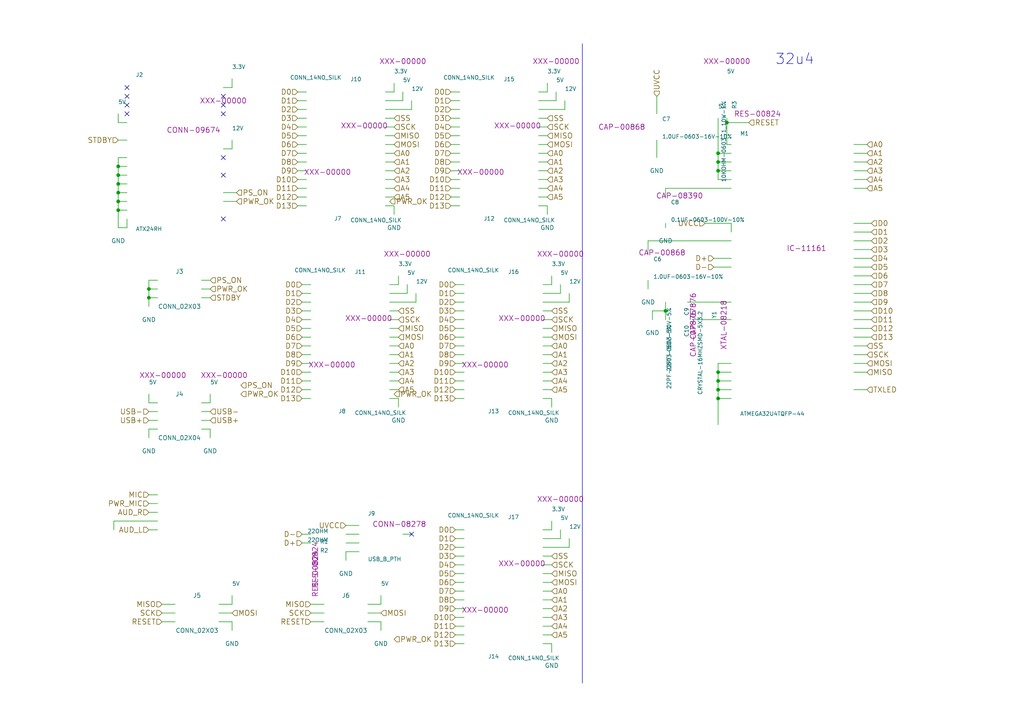
<source format=kicad_sch>
(kicad_sch (version 20230121) (generator eeschema)
  (paper "A4")
  (junction (at -8.89 -77.47))
  (junction (at -38.1 -52.07))
  (junction (at 8.89 -31.75))
  (junction (at 34.29 60.96))
  (junction (at 41.91 -20.32))
  (junction (at 41.91 -74.93))
  (junction (at -38.1 -97.79))
  (junction (at -46.99 -36.83))
  (junction (at 41.91 -34.29))
  (junction (at -46.99 -57.15))
  (junction (at 36.83 -52.07))
  (junction (at -38.1 -22.86))
  (junction (at 208.28 49.53))
  (junction (at -3.81 -52.07))
  (junction (at 8.89 -72.39))
  (junction (at 44.45 -17.78))
  (junction (at 208.28 107.95))
  (junction (at 43.18 83.82))
  (junction (at -38.1 -92.71))
  (junction (at 8.89 -77.47))
  (junction (at 36.83 -95.25))
  (junction (at -10.16 -97.79))
  (junction (at -38.1 -59.69))
  (junction (at -10.16 -72.39))
  (junction (at 34.29 58.42))
  (junction (at 1.27 -57.15))
  (junction (at 36.83 -54.61))
  (junction (at 1.27 -80.01))
  (junction (at 0 -20.32))
  (junction (at 43.18 86.36))
  (junction (at -38.1 -95.25))
  (junction (at 36.83 -77.47))
  (junction (at 41.91 -54.61))
  (junction (at -3.81 -17.78))
  (junction (at -38.1 -74.93))
  (junction (at 1.27 -39.37))
  (junction (at 39.37 -36.83))
  (junction (at 44.45 -52.07))
  (junction (at -3.81 -31.75))
  (junction (at 36.83 -97.79))
  (junction (at 1.27 -36.83))
  (junction (at -10.16 -77.47))
  (junction (at -6.35 -20.32))
  (junction (at -38.1 -34.29))
  (junction (at 210.82 35.56))
  (junction (at 208.28 115.57))
  (junction (at -38.1 -72.39))
  (junction (at 39.37 -77.47))
  (junction (at 34.29 50.8))
  (junction (at 36.83 -57.15))
  (junction (at 44.45 -31.75))
  (junction (at -10.16 -54.61))
  (junction (at 1.27 -111.76))
  (junction (at -38.1 -31.75))
  (junction (at 85.09 -11.43))
  (junction (at -10.16 -52.07))
  (junction (at 36.83 -74.93))
  (junction (at -8.89 -57.15))
  (junction (at 1.27 -74.93))
  (junction (at -38.1 -77.47))
  (junction (at 39.37 -57.15))
  (junction (at 1.27 -95.25))
  (junction (at -6.35 -54.61))
  (junction (at 36.83 -72.39))
  (junction (at -38.1 -54.61))
  (junction (at 8.89 -97.79))
  (junction (at -10.16 -74.93))
  (junction (at -10.16 -92.71))
  (junction (at -10.16 -111.76))
  (junction (at 1.27 -33.02))
  (junction (at 1.27 -54.61))
  (junction (at 208.28 113.03))
  (junction (at 208.28 44.45))
  (junction (at 8.89 -52.07))
  (junction (at 44.45 -72.39))
  (junction (at 36.83 -92.71))
  (junction (at -6.35 -34.29))
  (junction (at 8.89 -92.71))
  (junction (at -46.99 -80.01))
  (junction (at 39.37 -26.67))
  (junction (at 193.04 90.17))
  (junction (at -10.16 -95.25))
  (junction (at 1.27 -34.29))
  (junction (at 208.28 46.99))
  (junction (at 8.89 -59.69))
  (junction (at 2.54 -17.78))
  (junction (at -8.89 -36.83))
  (junction (at -3.81 -72.39))
  (junction (at 208.28 110.49))
  (junction (at -46.99 -39.37))
  (junction (at 85.09 -8.89))
  (junction (at 34.29 55.88))
  (junction (at 34.29 48.26))
  (junction (at -10.16 -57.15))
  (junction (at -6.35 -74.93))
  (junction (at 34.29 53.34))
  (no_connect (at 119.38 154.94))
  (no_connect (at 64.77 50.8))
  (no_connect (at 64.77 27.94))
  (no_connect (at 64.77 33.02))
  (no_connect (at 64.77 30.48))
  (no_connect (at 36.83 33.02))
  (no_connect (at 36.83 27.94))
  (no_connect (at 64.77 63.5))
  (no_connect (at 64.77 45.72))
  (no_connect (at 36.83 25.4))
  (no_connect (at 36.83 30.48))
  (wire (pts (xy 247.65 46.99) (xy 251.46 46.99)))
  (wire (pts (xy 247.65 49.53) (xy 251.46 49.53)))
  (wire (pts (xy 39.37 -97.79) (xy 39.37 -77.47)))
  (wire (pts (xy 247.65 97.79) (xy 252.73 97.79)))
  (wire (pts (xy 8.89 -72.39) (xy 8.89 -59.69)))
  (wire (pts (xy 43.18 114.3) (xy 43.18 116.84)))
  (wire (pts (xy 45.72 81.28) (xy 43.18 81.28)))
  (wire (pts (xy 36.83 48.26) (xy 34.29 48.26)))
  (wire (pts (xy 113.03 -41.91) (xy 115.57 -41.91)))
  (wire (pts (xy 208.28 44.45) (xy 208.28 46.99)))
  (wire (pts (xy 11.43 -97.79) (xy 8.89 -97.79)))
  (wire (pts (xy 247.65 82.55) (xy 252.73 82.55)))
  (wire (pts (xy -38.1 -92.71) (xy -35.56 -92.71)))
  (wire (pts (xy 36.83 58.42) (xy 34.29 58.42)))
  (wire (pts (xy 111.76 52.07) (xy 114.3 52.07)))
  (wire (pts (xy 133.35 46.99) (xy 130.81 46.99)))
  (wire (pts (xy 113.03 -16.51) (xy 115.57 -16.51)))
  (wire (pts (xy 247.65 72.39) (xy 252.73 72.39)))
  (wire (pts (xy -10.16 -74.93) (xy -10.16 -72.39)))
  (wire (pts (xy 247.65 92.71) (xy 252.73 92.71)))
  (wire (pts (xy 36.83 -74.93) (xy 36.83 -72.39)))
  (wire (pts (xy -10.16 -77.47) (xy -8.89 -77.47)))
  (wire (pts (xy 156.21 52.07) (xy 158.75 52.07)))
  (wire (pts (xy 116.84 29.21) (xy 111.76 29.21)))
  (wire (pts (xy 157.48 97.79) (xy 160.02 97.79)))
  (wire (pts (xy 160.02 82.55) (xy 160.02 80.01)))
  (wire (pts (xy 247.65 90.17) (xy 252.73 90.17)))
  (wire (pts (xy 1.27 -74.93) (xy 1.27 -57.15)))
  (wire (pts (xy 43.18 81.28) (xy 43.18 83.82)))
  (wire (pts (xy 64.77 58.42) (xy 68.58 58.42)))
  (wire (pts (xy 36.83 -52.07) (xy 44.45 -52.07)))
  (wire (pts (xy 156.21 46.99) (xy 158.75 46.99)))
  (wire (pts (xy 134.62 176.53) (xy 132.08 176.53)))
  (wire (pts (xy 113.03 107.95) (xy 115.57 107.95)))
  (wire (pts (xy 87.63 -8.89) (xy 85.09 -8.89)))
  (wire (pts (xy -10.16 -92.71) (xy -3.81 -92.71)))
  (wire (pts (xy 157.48 168.91) (xy 160.02 168.91)))
  (wire (pts (xy 161.29 29.21) (xy 156.21 29.21)))
  (wire (pts (xy 113.03 -36.83) (xy 115.57 -36.83)))
  (wire (pts (xy 113.03 113.03) (xy 115.57 113.03)))
  (wire (pts (xy 11.43 -72.39) (xy 8.89 -72.39)))
  (wire (pts (xy 90.17 157.48) (xy 87.63 157.48)))
  (wire (pts (xy 134.62 87.63) (xy 132.08 87.63)))
  (wire (pts (xy 210.82 35.56) (xy 217.17 35.56)))
  (wire (pts (xy 165.1 87.63) (xy 157.48 87.63)))
  (wire (pts (xy 113.03 102.87) (xy 115.57 102.87)))
  (wire (pts (xy 58.42 86.36) (xy 60.96 86.36)))
  (wire (pts (xy 104.14 154.94) (xy 100.33 154.94)))
  (wire (pts (xy -46.99 -111.76) (xy -10.16 -111.76)))
  (wire (pts (xy 64.77 55.88) (xy 68.58 55.88)))
  (wire (pts (xy -46.99 -36.83) (xy -35.56 -36.83)))
  (wire (pts (xy -38.1 -34.29) (xy -38.1 -31.75)))
  (wire (pts (xy 88.9 26.67) (xy 86.36 26.67)))
  (wire (pts (xy 85.09 -49.53) (xy 87.63 -49.53)))
  (wire (pts (xy 39.37 -57.15) (xy 39.37 -36.83)))
  (wire (pts (xy 134.62 186.69) (xy 132.08 186.69)))
  (wire (pts (xy 88.9 31.75) (xy 86.36 31.75)))
  (wire (pts (xy 247.65 77.47) (xy 252.73 77.47)))
  (wire (pts (xy 133.35 44.45) (xy 130.81 44.45)))
  (wire (pts (xy 113.03 -49.53) (xy 115.57 -49.53)))
  (wire (pts (xy 133.35 34.29) (xy 130.81 34.29)))
  (wire (pts (xy -8.89 -77.47) (xy -8.89 -57.15)))
  (wire (pts (xy 157.48 110.49) (xy 160.02 110.49)))
  (wire (pts (xy 134.62 184.15) (xy 132.08 184.15)))
  (wire (pts (xy 247.65 95.25) (xy 252.73 95.25)))
  (wire (pts (xy 134.62 113.03) (xy 132.08 113.03)))
  (wire (pts (xy 36.83 45.72) (xy 34.29 45.72)))
  (wire (pts (xy 34.29 50.8) (xy 34.29 53.34)))
  (wire (pts (xy 115.57 82.55) (xy 115.57 80.01)))
  (wire (pts (xy 134.62 168.91) (xy 132.08 168.91)))
  (wire (pts (xy 156.21 57.15) (xy 158.75 57.15)))
  (wire (pts (xy 88.9 59.69) (xy 86.36 59.69)))
  (wire (pts (xy -10.16 -111.76) (xy -10.16 -97.79)))
  (wire (pts (xy 44.45 -92.71) (xy 44.45 -72.39)))
  (wire (pts (xy 247.65 87.63) (xy 252.73 87.63)))
  (wire (pts (xy 85.09 -41.91) (xy 87.63 -41.91)))
  (wire (pts (xy 114.3 59.69) (xy 114.3 62.23)))
  (wire (pts (xy 34.29 35.56) (xy 34.29 33.02)))
  (wire (pts (xy 43.18 83.82) (xy 43.18 86.36)))
  (wire (pts (xy 212.09 110.49) (xy 208.28 110.49)))
  (wire (pts (xy 251.46 102.87) (xy 247.65 102.87)))
  (wire (pts (xy 85.09 -46.99) (xy 87.63 -46.99)))
  (wire (pts (xy -10.16 -74.93) (xy -6.35 -74.93)))
  (wire (pts (xy 120.65 87.63) (xy 120.65 85.09)))
  (wire (pts (xy 157.48 153.67) (xy 160.02 153.67)))
  (wire (pts (xy -38.1 -92.71) (xy -38.1 -77.47)))
  (wire (pts (xy 247.65 105.41) (xy 251.46 105.41)))
  (wire (pts (xy 87.63 -11.43) (xy 85.09 -11.43)))
  (wire (pts (xy 113.03 -13.97) (xy 115.57 -13.97)))
  (wire (pts (xy 90.17 107.95) (xy 87.63 107.95)))
  (wire (pts (xy 0 -20.32) (xy 41.91 -20.32)))
  (wire (pts (xy 207.01 74.93) (xy 212.09 74.93)))
  (wire (pts (xy -6.35 -20.32) (xy -6.35 -13.97)))
  (wire (pts (xy 133.35 31.75) (xy 130.81 31.75)))
  (wire (pts (xy 58.42 83.82) (xy 60.96 83.82)))
  (wire (pts (xy 39.37 -77.47) (xy 39.37 -57.15)))
  (wire (pts (xy 212.09 64.77) (xy 204.47 64.77)))
  (wire (pts (xy 85.09 -11.43) (xy 85.09 -8.89)))
  (wire (pts (xy 157.48 161.29) (xy 160.02 161.29)))
  (wire (pts (xy 163.83 31.75) (xy 163.83 29.21)))
  (wire (pts (xy 36.83 -111.76) (xy 36.83 -97.79)))
  (wire (pts (xy -6.35 -20.32) (xy 0 -20.32)))
  (wire (pts (xy 160.02 153.67) (xy 160.02 151.13)))
  (wire (pts (xy -3.81 -52.07) (xy -3.81 -31.75)))
  (wire (pts (xy 247.65 52.07) (xy 251.46 52.07)))
  (wire (pts (xy 134.62 82.55) (xy 132.08 82.55)))
  (wire (pts (xy 212.09 105.41) (xy 208.28 105.41)))
  (wire (pts (xy 90.17 154.94) (xy 87.63 154.94)))
  (wire (pts (xy 113.03 90.17) (xy 115.57 90.17)))
  (wire (pts (xy 90.17 95.25) (xy 87.63 95.25)))
  (wire (pts (xy 33.02 151.13) (xy 45.72 151.13)))
  (wire (pts (xy 116.84 29.21) (xy 116.84 26.67)))
  (wire (pts (xy -6.35 -34.29) (xy -6.35 -20.32)))
  (wire (pts (xy 113.03 97.79) (xy 115.57 97.79)))
  (wire (pts (xy 212.09 77.47) (xy 207.01 77.47)))
  (wire (pts (xy 247.65 41.91) (xy 251.46 41.91)))
  (wire (pts (xy 157.48 105.41) (xy 160.02 105.41)))
  (wire (pts (xy -35.56 -57.15) (xy -46.99 -57.15)))
  (wire (pts (xy -38.1 -59.69) (xy -38.1 -54.61)))
  (wire (pts (xy 157.48 100.33) (xy 160.02 100.33)))
  (wire (pts (xy 165.1 158.75) (xy 165.1 156.21)))
  (wire (pts (xy 90.17 85.09) (xy 87.63 85.09)))
  (wire (pts (xy 113.03 -26.67) (xy 115.57 -26.67)))
  (wire (pts (xy 134.62 95.25) (xy 132.08 95.25)))
  (wire (pts (xy 113.03 82.55) (xy 115.57 82.55)))
  (wire (pts (xy 67.31 43.18) (xy 67.31 40.64)))
  (wire (pts (xy 62.23 -24.13) (xy 87.63 -24.13)))
  (wire (pts (xy 157.48 184.15) (xy 160.02 184.15)))
  (wire (pts (xy 113.03 -8.89) (xy 115.57 -8.89)))
  (wire (pts (xy 208.28 113.03) (xy 208.28 115.57)))
  (wire (pts (xy 36.83 -54.61) (xy 36.83 -52.07)))
  (wire (pts (xy -46.99 -80.01) (xy -46.99 -57.15)))
  (wire (pts (xy 43.18 86.36) (xy 43.18 88.9)))
  (wire (pts (xy 162.56 85.09) (xy 162.56 82.55)))
  (wire (pts (xy 157.48 181.61) (xy 160.02 181.61)))
  (wire (pts (xy 111.76 36.83) (xy 114.3 36.83)))
  (wire (pts (xy 8.89 -77.47) (xy 8.89 -72.39)))
  (wire (pts (xy -10.16 -92.71) (xy -10.16 -77.47)))
  (wire (pts (xy 90.17 82.55) (xy 87.63 82.55)))
  (wire (pts (xy -35.56 -95.25) (xy -38.1 -95.25)))
  (wire (pts (xy 162.56 156.21) (xy 162.56 153.67)))
  (polyline (pts (xy 168.91 198.12) (xy 168.91 12.7)))
  (wire (pts (xy 157.48 90.17) (xy 160.02 90.17)))
  (wire (pts (xy 134.62 85.09) (xy 132.08 85.09)))
  (wire (pts (xy -10.16 -31.75) (xy -3.81 -31.75)))
  (wire (pts (xy 133.35 26.67) (xy 130.81 26.67)))
  (wire (pts (xy -10.16 -95.25) (xy -6.35 -95.25)))
  (wire (pts (xy 1.27 -95.25) (xy 1.27 -80.01)))
  (wire (pts (xy 158.75 59.69) (xy 158.75 62.23)))
  (wire (pts (xy 39.37 -26.67) (xy 39.37 -24.13)))
  (wire (pts (xy 162.56 85.09) (xy 157.48 85.09)))
  (wire (pts (xy 63.5 177.8) (xy 67.31 177.8)))
  (wire (pts (xy -10.16 -57.15) (xy -10.16 -54.61)))
  (wire (pts (xy 111.76 49.53) (xy 114.3 49.53)))
  (wire (pts (xy 156.21 26.67) (xy 158.75 26.67)))
  (wire (pts (xy 34.29 53.34) (xy 34.29 55.88)))
  (wire (pts (xy 34.29 45.72) (xy 34.29 48.26)))
  (wire (pts (xy 157.48 95.25) (xy 160.02 95.25)))
  (wire (pts (xy -46.99 -111.76) (xy -46.99 -80.01)))
  (wire (pts (xy 36.83 -92.71) (xy 36.83 -77.47)))
  (wire (pts (xy -10.16 -111.76) (xy 1.27 -111.76)))
  (wire (pts (xy 36.83 -95.25) (xy 36.83 -92.71)))
  (wire (pts (xy -10.16 -54.61) (xy -10.16 -52.07)))
  (wire (pts (xy 113.03 95.25) (xy 115.57 95.25)))
  (wire (pts (xy 58.42 121.92) (xy 60.96 121.92)))
  (wire (pts (xy 88.9 52.07) (xy 86.36 52.07)))
  (wire (pts (xy 88.9 39.37) (xy 86.36 39.37)))
  (wire (pts (xy 134.62 105.41) (xy 132.08 105.41)))
  (wire (pts (xy 134.62 171.45) (xy 132.08 171.45)))
  (wire (pts (xy 113.03 -21.59) (xy 115.57 -21.59)))
  (wire (pts (xy 90.17 115.57) (xy 87.63 115.57)))
  (wire (pts (xy 110.49 175.26) (xy 110.49 172.72)))
  (wire (pts (xy 11.43 -95.25) (xy 1.27 -95.25)))
  (wire (pts (xy -38.1 -100.33) (xy -38.1 -97.79)))
  (wire (pts (xy 193.04 54.61) (xy 193.04 57.15)))
  (wire (pts (xy 212.09 41.91) (xy 210.82 41.91)))
  (wire (pts (xy -38.1 -31.75) (xy -38.1 -22.86)))
  (wire (pts (xy 134.62 181.61) (xy 132.08 181.61)))
  (wire (pts (xy 1.27 -113.03) (xy 1.27 -111.76)))
  (wire (pts (xy -10.16 -36.83) (xy -8.89 -36.83)))
  (wire (pts (xy 85.09 -39.37) (xy 87.63 -39.37)))
  (wire (pts (xy 113.03 -11.43) (xy 115.57 -11.43)))
  (wire (pts (xy 113.03 -46.99) (xy 115.57 -46.99)))
  (wire (pts (xy 90.17 92.71) (xy 87.63 92.71)))
  (wire (pts (xy 93.98 175.26) (xy 90.17 175.26)))
  (wire (pts (xy 212.09 113.03) (xy 208.28 113.03)))
  (wire (pts (xy 111.76 34.29) (xy 114.3 34.29)))
  (wire (pts (xy 90.17 177.8) (xy 93.98 177.8)))
  (wire (pts (xy 157.48 82.55) (xy 160.02 82.55)))
  (wire (pts (xy 134.62 115.57) (xy 132.08 115.57)))
  (wire (pts (xy 113.03 105.41) (xy 115.57 105.41)))
  (wire (pts (xy 189.23 90.17) (xy 189.23 92.71)))
  (wire (pts (xy 160.02 115.57) (xy 160.02 118.11)))
  (wire (pts (xy 58.42 116.84) (xy 60.96 116.84)))
  (wire (pts (xy 162.56 156.21) (xy 157.48 156.21)))
  (wire (pts (xy 85.09 -13.97) (xy 85.09 -11.43)))
  (wire (pts (xy -10.16 -77.47) (xy -10.16 -74.93)))
  (wire (pts (xy 134.62 107.95) (xy 132.08 107.95)))
  (wire (pts (xy -10.16 -52.07) (xy -3.81 -52.07)))
  (wire (pts (xy -35.56 -54.61) (xy -38.1 -54.61)))
  (wire (pts (xy 11.43 -57.15) (xy 1.27 -57.15)))
  (wire (pts (xy 157.48 186.69) (xy 160.02 186.69)))
  (wire (pts (xy 11.43 -39.37) (xy 1.27 -39.37)))
  (wire (pts (xy -35.56 -52.07) (xy -38.1 -52.07)))
  (wire (pts (xy 113.03 -39.37) (xy 115.57 -39.37)))
  (wire (pts (xy -38.1 -52.07) (xy -38.1 -34.29)))
  (wire (pts (xy 8.89 -97.79) (xy 8.89 -92.71)))
  (wire (pts (xy -38.1 -54.61) (xy -38.1 -52.07)))
  (wire (pts (xy 58.42 124.46) (xy 60.96 124.46)))
  (wire (pts (xy 133.35 29.21) (xy 130.81 29.21)))
  (wire (pts (xy 113.03 -34.29) (xy 115.57 -34.29)))
  (wire (pts (xy 157.48 113.03) (xy 160.02 113.03)))
  (wire (pts (xy 111.76 57.15) (xy 114.3 57.15)))
  (wire (pts (xy 134.62 173.99) (xy 132.08 173.99)))
  (wire (pts (xy 157.48 171.45) (xy 160.02 171.45)))
  (wire (pts (xy 190.5 27.94) (xy 190.5 33.02)))
  (wire (pts (xy 36.83 50.8) (xy 34.29 50.8)))
  (wire (pts (xy 133.35 52.07) (xy 130.81 52.07)))
  (wire (pts (xy 208.28 46.99) (xy 208.28 49.53)))
  (wire (pts (xy 134.62 179.07) (xy 132.08 179.07)))
  (wire (pts (xy 111.76 26.67) (xy 114.3 26.67)))
  (wire (pts (xy 156.21 39.37) (xy 158.75 39.37)))
  (wire (pts (xy 34.29 35.56) (xy 36.83 35.56)))
  (wire (pts (xy 104.14 160.02) (xy 100.33 160.02)))
  (wire (pts (xy 119.38 31.75) (xy 111.76 31.75)))
  (wire (pts (xy 100.33 160.02) (xy 100.33 162.56)))
  (wire (pts (xy 111.76 59.69) (xy 114.3 59.69)))
  (wire (pts (xy 157.48 176.53) (xy 160.02 176.53)))
  (wire (pts (xy 33.02 153.67) (xy 33.02 151.13)))
  (wire (pts (xy 114.3 26.67) (xy 114.3 24.13)))
  (wire (pts (xy 36.83 40.64) (xy 34.29 40.64)))
  (wire (pts (xy 36.83 -34.29) (xy 41.91 -34.29)))
  (wire (pts (xy 113.03 92.71) (xy 115.57 92.71)))
  (wire (pts (xy -38.1 -77.47) (xy -38.1 -74.93)))
  (wire (pts (xy 251.46 44.45) (xy 247.65 44.45)))
  (wire (pts (xy 34.29 60.96) (xy 34.29 66.04)))
  (wire (pts (xy 210.82 35.56) (xy 210.82 34.29)))
  (wire (pts (xy 8.89 -100.33) (xy 8.89 -97.79)))
  (wire (pts (xy 110.49 180.34) (xy 110.49 182.88)))
  (wire (pts (xy 1.27 -57.15) (xy 1.27 -54.61)))
  (wire (pts (xy 187.96 81.28) (xy 187.96 83.82)))
  (wire (pts (xy -38.1 -72.39) (xy -38.1 -59.69)))
  (wire (pts (xy 44.45 -17.78) (xy 44.45 -13.97)))
  (wire (pts (xy 163.83 31.75) (xy 156.21 31.75)))
  (wire (pts (xy 34.29 55.88) (xy 34.29 58.42)))
  (wire (pts (xy 1.27 -39.37) (xy 1.27 -36.83)))
  (wire (pts (xy 88.9 36.83) (xy 86.36 36.83)))
  (wire (pts (xy 134.62 92.71) (xy 132.08 92.71)))
  (wire (pts (xy 157.48 163.83) (xy 160.02 163.83)))
  (wire (pts (xy -8.89 -57.15) (xy -8.89 -36.83)))
  (wire (pts (xy 36.83 -74.93) (xy 41.91 -74.93)))
  (wire (pts (xy 111.76 44.45) (xy 114.3 44.45)))
  (wire (pts (xy 134.62 110.49) (xy 132.08 110.49)))
  (wire (pts (xy 111.76 41.91) (xy 114.3 41.91)))
  (wire (pts (xy 157.48 173.99) (xy 160.02 173.99)))
  (wire (pts (xy 113.03 -19.05) (xy 115.57 -19.05)))
  (wire (pts (xy 113.03 -24.13) (xy 115.57 -24.13)))
  (wire (pts (xy 156.21 54.61) (xy 158.75 54.61)))
  (wire (pts (xy 11.43 -54.61) (xy 1.27 -54.61)))
  (wire (pts (xy 111.76 54.61) (xy 114.3 54.61)))
  (wire (pts (xy 212.09 67.31) (xy 212.09 64.77)))
  (wire (pts (xy 8.89 -26.67) (xy 39.37 -26.67)))
  (wire (pts (xy -8.89 -97.79) (xy -8.89 -77.47)))
  (wire (pts (xy 247.65 64.77) (xy 252.73 64.77)))
  (wire (pts (xy 36.83 -95.25) (xy 41.91 -95.25)))
  (wire (pts (xy 157.48 102.87) (xy 160.02 102.87)))
  (wire (pts (xy 208.28 34.29) (xy 208.28 44.45)))
  (wire (pts (xy 133.35 57.15) (xy 130.81 57.15)))
  (wire (pts (xy 85.09 -8.89) (xy 85.09 -6.35)))
  (wire (pts (xy 90.17 90.17) (xy 87.63 90.17)))
  (wire (pts (xy 87.63 -13.97) (xy 85.09 -13.97)))
  (wire (pts (xy 39.37 -77.47) (xy 36.83 -77.47)))
  (wire (pts (xy 247.65 107.95) (xy 251.46 107.95)))
  (wire (pts (xy 156.21 44.45) (xy 158.75 44.45)))
  (wire (pts (xy 90.17 97.79) (xy 87.63 97.79)))
  (wire (pts (xy 59.69 -21.59) (xy 87.63 -21.59)))
  (wire (pts (xy 88.9 54.61) (xy 86.36 54.61)))
  (wire (pts (xy 88.9 49.53) (xy 86.36 49.53)))
  (wire (pts (xy 113.03 100.33) (xy 115.57 100.33)))
  (wire (pts (xy 212.09 69.85) (xy 187.96 69.85)))
  (wire (pts (xy 118.11 85.09) (xy 113.03 85.09)))
  (wire (pts (xy 134.62 161.29) (xy 132.08 161.29)))
  (wire (pts (xy 212.09 115.57) (xy 208.28 115.57)))
  (wire (pts (xy 57.15 -19.05) (xy 57.15 -21.59)))
  (wire (pts (xy 1.27 -33.02) (xy 0 -33.02)))
  (wire (pts (xy 199.39 87.63) (xy 212.09 87.63)))
  (wire (pts (xy 247.65 100.33) (xy 251.46 100.33)))
  (wire (pts (xy 43.18 83.82) (xy 45.72 83.82)))
  (wire (pts (xy 36.83 -92.71) (xy 44.45 -92.71)))
  (wire (pts (xy 133.35 59.69) (xy 130.81 59.69)))
  (wire (pts (xy 210.82 41.91) (xy 210.82 35.56)))
  (wire (pts (xy -35.56 -74.93) (xy -38.1 -74.93)))
  (wire (pts (xy 113.03 110.49) (xy 115.57 110.49)))
  (wire (pts (xy -35.56 -31.75) (xy -38.1 -31.75)))
  (wire (pts (xy 88.9 46.99) (xy 86.36 46.99)))
  (wire (pts (xy 208.28 115.57) (xy 208.28 123.19)))
  (wire (pts (xy 36.83 63.5) (xy 36.83 66.04)))
  (wire (pts (xy -3.81 -17.78) (xy -3.81 -13.97)))
  (wire (pts (xy 208.28 49.53) (xy 212.09 49.53)))
  (wire (pts (xy 46.99 177.8) (xy 50.8 177.8)))
  (wire (pts (xy 57.15 -19.05) (xy 87.63 -19.05)))
  (wire (pts (xy 134.62 163.83) (xy 132.08 163.83)))
  (wire (pts (xy 11.43 -74.93) (xy 1.27 -74.93)))
  (wire (pts (xy -10.16 -54.61) (xy -6.35 -54.61)))
  (wire (pts (xy 41.91 -20.32) (xy 41.91 -13.97)))
  (wire (pts (xy 133.35 39.37) (xy 130.81 39.37)))
  (wire (pts (xy 50.8 175.26) (xy 46.99 175.26)))
  (wire (pts (xy 36.83 66.04) (xy 34.29 66.04)))
  (wire (pts (xy 247.65 67.31) (xy 252.73 67.31)))
  (wire (pts (xy -10.16 -52.07) (xy -10.16 -39.37)))
  (wire (pts (xy 134.62 166.37) (xy 132.08 166.37)))
  (wire (pts (xy 134.62 156.21) (xy 132.08 156.21)))
  (wire (pts (xy 36.83 55.88) (xy 34.29 55.88)))
  (wire (pts (xy 134.62 153.67) (xy 132.08 153.67)))
  (wire (pts (xy 120.65 87.63) (xy 113.03 87.63)))
  (wire (pts (xy 88.9 41.91) (xy 86.36 41.91)))
  (wire (pts (xy 111.76 46.99) (xy 114.3 46.99)))
  (wire (pts (xy 36.83 -31.75) (xy 44.45 -31.75)))
  (wire (pts (xy 11.43 -59.69) (xy 8.89 -59.69)))
  (wire (pts (xy 41.91 -34.29) (xy 41.91 -20.32)))
  (wire (pts (xy -38.1 -22.86) (xy -38.1 -19.05)))
  (wire (pts (xy 115.57 115.57) (xy 115.57 118.11)))
  (wire (pts (xy 36.83 -97.79) (xy 36.83 -95.25)))
  (wire (pts (xy 64.77 25.4) (xy 67.31 25.4)))
  (wire (pts (xy 208.28 52.07) (xy 212.09 52.07)))
  (wire (pts (xy 36.83 -97.79) (xy 39.37 -97.79)))
  (wire (pts (xy 111.76 39.37) (xy 114.3 39.37)))
  (wire (pts (xy 44.45 -52.07) (xy 44.45 -31.75)))
  (wire (pts (xy 134.62 90.17) (xy 132.08 90.17)))
  (wire (pts (xy 156.21 36.83) (xy 158.75 36.83)))
  (wire (pts (xy 200.66 92.71) (xy 212.09 92.71)))
  (wire (pts (xy 187.96 69.85) (xy 187.96 73.66)))
  (wire (pts (xy 133.35 36.83) (xy 130.81 36.83)))
  (wire (pts (xy 113.03 -29.21) (xy 115.57 -29.21)))
  (wire (pts (xy 45.72 124.46) (xy 43.18 124.46)))
  (wire (pts (xy -46.99 -39.37) (xy -46.99 -36.83)))
  (wire (pts (xy 156.21 41.91) (xy 158.75 41.91)))
  (wire (pts (xy 134.62 158.75) (xy 132.08 158.75)))
  (wire (pts (xy 44.45 -31.75) (xy 44.45 -17.78)))
  (wire (pts (xy 247.65 113.03) (xy 251.46 113.03)))
  (wire (pts (xy 11.43 -80.01) (xy 1.27 -80.01)))
  (wire (pts (xy 165.1 87.63) (xy 165.1 85.09)))
  (wire (pts (xy 118.11 85.09) (xy 118.11 82.55)))
  (wire (pts (xy 134.62 97.79) (xy 132.08 97.79)))
  (wire (pts (xy 36.83 -57.15) (xy 36.83 -54.61)))
  (wire (pts (xy 90.17 100.33) (xy 87.63 100.33)))
  (wire (pts (xy 193.04 90.17) (xy 193.04 92.71)))
  (wire (pts (xy 43.18 116.84) (xy 45.72 116.84)))
  (wire (pts (xy 133.35 41.91) (xy 130.81 41.91)))
  (wire (pts (xy 36.83 -72.39) (xy 36.83 -57.15)))
  (wire (pts (xy 160.02 186.69) (xy 160.02 189.23)))
  (wire (pts (xy -35.56 -97.79) (xy -38.1 -97.79)))
  (wire (pts (xy 157.48 92.71) (xy 160.02 92.71)))
  (wire (pts (xy -8.89 -36.83) (xy -8.89 -22.86)))
  (wire (pts (xy -3.81 -92.71) (xy -3.81 -72.39)))
  (wire (pts (xy 45.72 148.59) (xy 43.18 148.59)))
  (wire (pts (xy 106.68 177.8) (xy 110.49 177.8)))
  (wire (pts (xy 60.96 116.84) (xy 60.96 114.3)))
  (wire (pts (xy 1.27 -54.61) (xy 1.27 -39.37)))
  (wire (pts (xy 247.65 54.61) (xy 251.46 54.61)))
  (wire (pts (xy 58.42 119.38) (xy 60.96 119.38)))
  (wire (pts (xy 134.62 102.87) (xy 132.08 102.87)))
  (wire (pts (xy 247.65 80.01) (xy 252.73 80.01)))
  (wire (pts (xy -6.35 -95.25) (xy -6.35 -74.93)))
  (wire (pts (xy 87.63 -26.67) (xy 85.09 -26.67)))
  (wire (pts (xy -6.35 -54.61) (xy -6.35 -34.29)))
  (wire (pts (xy -46.99 -36.83) (xy -46.99 -31.75)))
  (wire (pts (xy -38.1 -74.93) (xy -38.1 -72.39)))
  (wire (pts (xy -10.16 -95.25) (xy -10.16 -92.71)))
  (wire (pts (xy 212.09 44.45) (xy 208.28 44.45)))
  (wire (pts (xy 93.98 180.34) (xy 90.17 180.34)))
  (wire (pts (xy -10.16 -57.15) (xy -8.89 -57.15)))
  (wire (pts (xy 88.9 29.21) (xy 86.36 29.21)))
  (wire (pts (xy 113.03 -31.75) (xy 115.57 -31.75)))
  (wire (pts (xy 157.48 179.07) (xy 160.02 179.07)))
  (wire (pts (xy 41.91 -54.61) (xy 41.91 -34.29)))
  (wire (pts (xy 45.72 153.67) (xy 43.18 153.67)))
  (wire (pts (xy 11.43 -77.47) (xy 8.89 -77.47)))
  (wire (pts (xy 193.04 64.77) (xy 193.04 66.04)))
  (wire (pts (xy 1.27 -111.76) (xy 1.27 -95.25)))
  (wire (pts (xy -35.56 -77.47) (xy -38.1 -77.47)))
  (wire (pts (xy -8.89 -22.86) (xy -38.1 -22.86)))
  (wire (pts (xy 90.17 110.49) (xy 87.63 110.49)))
  (wire (pts (xy 36.83 60.96) (xy 34.29 60.96)))
  (wire (pts (xy 59.69 -21.59) (xy 59.69 -24.13)))
  (wire (pts (xy 0 -20.32) (xy 0 -22.86)))
  (wire (pts (xy 193.04 87.63) (xy 193.04 90.17)))
  (wire (pts (xy -10.16 -72.39) (xy -3.81 -72.39)))
  (wire (pts (xy 44.45 -72.39) (xy 44.45 -52.07)))
  (wire (pts (xy 34.29 48.26) (xy 34.29 50.8)))
  (wire (pts (xy 8.89 -92.71) (xy 8.89 -77.47)))
  (wire (pts (xy 8.89 -59.69) (xy 8.89 -52.07)))
  (wire (pts (xy 193.04 90.17) (xy 189.23 90.17)))
  (wire (pts (xy -35.56 -34.29) (xy -38.1 -34.29)))
  (wire (pts (xy -38.1 -95.25) (xy -38.1 -92.71)))
  (wire (pts (xy 11.43 -31.75) (xy 8.89 -31.75)))
  (wire (pts (xy 67.31 180.34) (xy 67.31 182.88)))
  (wire (pts (xy 208.28 107.95) (xy 208.28 110.49)))
  (wire (pts (xy 90.17 102.87) (xy 87.63 102.87)))
  (wire (pts (xy -46.99 -57.15) (xy -46.99 -39.37)))
  (wire (pts (xy 88.9 57.15) (xy 86.36 57.15)))
  (wire (pts (xy 63.5 180.34) (xy 67.31 180.34)))
  (wire (pts (xy 36.83 -36.83) (xy 39.37 -36.83)))
  (wire (pts (xy 161.29 29.21) (xy 161.29 26.67)))
  (wire (pts (xy 60.96 124.46) (xy 60.96 127)))
  (wire (pts (xy 36.83 -57.15) (xy 39.37 -57.15)))
  (wire (pts (xy 212.09 46.99) (xy 208.28 46.99)))
  (wire (pts (xy 67.31 25.4) (xy 67.31 22.86)))
  (wire (pts (xy -35.56 -59.69) (xy -38.1 -59.69)))
  (wire (pts (xy -35.56 -80.01) (xy -46.99 -80.01)))
  (wire (pts (xy 36.83 -52.07) (xy 36.83 -39.37)))
  (wire (pts (xy -3.81 -72.39) (xy -3.81 -52.07)))
  (wire (pts (xy -10.16 -97.79) (xy -10.16 -95.25)))
  (wire (pts (xy 157.48 107.95) (xy 160.02 107.95)))
  (wire (pts (xy 45.72 119.38) (xy 43.18 119.38)))
  (wire (pts (xy 64.77 43.18) (xy 67.31 43.18)))
  (wire (pts (xy -10.16 -97.79) (xy -8.89 -97.79)))
  (wire (pts (xy 43.18 86.36) (xy 45.72 86.36)))
  (wire (pts (xy 116.84 154.94) (xy 119.38 154.94)))
  (wire (pts (xy 1.27 -111.76) (xy 36.83 -111.76)))
  (wire (pts (xy 58.42 81.28) (xy 60.96 81.28)))
  (wire (pts (xy 156.21 34.29) (xy 158.75 34.29)))
  (wire (pts (xy 88.9 44.45) (xy 86.36 44.45)))
  (wire (pts (xy 157.48 166.37) (xy 160.02 166.37)))
  (wire (pts (xy -3.81 -17.78) (xy 2.54 -17.78)))
  (wire (pts (xy 212.09 107.95) (xy 208.28 107.95)))
  (wire (pts (xy 133.35 49.53) (xy 130.81 49.53)))
  (wire (pts (xy 212.09 54.61) (xy 193.04 54.61)))
  (wire (pts (xy 208.28 49.53) (xy 208.28 52.07)))
  (wire (pts (xy 119.38 31.75) (xy 119.38 29.21)))
  (wire (pts (xy 11.43 -92.71) (xy 8.89 -92.71)))
  (wire (pts (xy -3.81 -31.75) (xy -3.81 -17.78)))
  (wire (pts (xy -38.1 -100.33) (xy -35.56 -100.33)))
  (wire (pts (xy 247.65 85.09) (xy 252.73 85.09)))
  (wire (pts (xy 41.91 -74.93) (xy 41.91 -54.61)))
  (wire (pts (xy 41.91 -95.25) (xy 41.91 -74.93)))
  (wire (pts (xy 106.68 180.34) (xy 110.49 180.34)))
  (wire (pts (xy 1.27 -36.83) (xy 1.27 -34.29)))
  (wire (pts (xy 8.89 -31.75) (xy 8.89 -26.67)))
  (wire (pts (xy 45.72 121.92) (xy 43.18 121.92)))
  (wire (pts (xy 90.17 105.41) (xy 87.63 105.41)))
  (wire (pts (xy 157.48 115.57) (xy 160.02 115.57)))
  (wire (pts (xy 85.09 -44.45) (xy 87.63 -44.45)))
  (wire (pts (xy 62.23 -24.13) (xy 62.23 -26.67)))
  (wire (pts (xy 11.43 -52.07) (xy 8.89 -52.07)))
  (wire (pts (xy -6.35 -74.93) (xy -6.35 -54.61)))
  (wire (pts (xy 156.21 59.69) (xy 158.75 59.69)))
  (wire (pts (xy 88.9 34.29) (xy 86.36 34.29)))
  (wire (pts (xy 11.43 -34.29) (xy 1.27 -34.29)))
  (wire (pts (xy -35.56 -72.39) (xy -38.1 -72.39)))
  (wire (pts (xy 156.21 49.53) (xy 158.75 49.53)))
  (wire (pts (xy 134.62 100.33) (xy 132.08 100.33)))
  (wire (pts (xy 36.83 -77.47) (xy 36.83 -74.93)))
  (wire (pts (xy 45.72 146.05) (xy 43.18 146.05)))
  (wire (pts (xy 8.89 -52.07) (xy 8.89 -31.75)))
  (wire (pts (xy 104.14 152.4) (xy 100.33 152.4)))
  (wire (pts (xy -38.1 -97.79) (xy -38.1 -95.25)))
  (wire (pts (xy 11.43 -100.33) (xy 8.89 -100.33)))
  (wire (pts (xy 133.35 54.61) (xy 130.81 54.61)))
  (wire (pts (xy 247.65 69.85) (xy 252.73 69.85)))
  (wire (pts (xy 63.5 175.26) (xy 67.31 175.26)))
  (wire (pts (xy 1.27 -80.01) (xy 1.27 -74.93)))
  (wire (pts (xy 34.29 58.42) (xy 34.29 60.96)))
  (wire (pts (xy 190.5 40.64) (xy 190.5 45.72)))
  (wire (pts (xy 208.28 110.49) (xy 208.28 113.03)))
  (wire (pts (xy 39.37 -36.83) (xy 39.37 -26.67)))
  (wire (pts (xy 165.1 158.75) (xy 157.48 158.75)))
  (wire (pts (xy 2.54 -33.02) (xy 1.27 -33.02)))
  (wire (pts (xy 247.65 74.93) (xy 252.73 74.93)))
  (wire (pts (xy 85.09 -36.83) (xy 87.63 -36.83)))
  (wire (pts (xy 113.03 115.57) (xy 115.57 115.57)))
  (wire (pts (xy 2.54 -17.78) (xy 44.45 -17.78)))
  (wire (pts (xy 36.83 53.34) (xy 34.29 53.34)))
  (wire (pts (xy 90.17 113.03) (xy 87.63 113.03)))
  (wire (pts (xy 158.75 26.67) (xy 158.75 24.13)))
  (wire (pts (xy -35.56 -39.37) (xy -46.99 -39.37)))
  (wire (pts (xy 36.83 -72.39) (xy 44.45 -72.39)))
  (wire (pts (xy 106.68 175.26) (xy 110.49 175.26)))
  (wire (pts (xy 50.8 180.34) (xy 46.99 180.34)))
  (wire (pts (xy 104.14 157.48) (xy 100.33 157.48)))
  (wire (pts (xy 43.18 124.46) (xy 43.18 127)))
  (wire (pts (xy 90.17 87.63) (xy 87.63 87.63)))
  (wire (pts (xy -10.16 -72.39) (xy -10.16 -57.15)))
  (wire (pts (xy -10.16 -34.29) (xy -6.35 -34.29)))
  (wire (pts (xy 208.28 105.41) (xy 208.28 107.95)))
  (wire (pts (xy 36.83 -54.61) (xy 41.91 -54.61)))
  (wire (pts (xy 2.54 -17.78) (xy 2.54 -22.86)))
  (wire (pts (xy 1.27 -34.29) (xy 1.27 -33.02)))
  (wire (pts (xy 11.43 -36.83) (xy 1.27 -36.83)))
  (wire (pts (xy 45.72 143.51) (xy 43.18 143.51)))
  (wire (pts (xy 67.31 175.26) (xy 67.31 172.72)))
  (text "32u4" (at 224.79 19.05 0) (effects (font (size 2.9972 2.9972)) (justify left bottom)))
  (hierarchical_label "D11" (shape input) (at 132.08 110.49 180) (effects (font (size 1.524 1.524))))
  (hierarchical_label "MISO" (shape input) (at 251.46 107.95 0) (effects (font (size 1.524 1.524))))
  (hierarchical_label "STDBY" (shape input) (at 34.29 40.64 180) (effects (font (size 1.524 1.524))))
  (hierarchical_label "A5" (shape input) (at 160.02 184.15 0) (effects (font (size 1.524 1.524))))
  (hierarchical_label "USB-" (shape input) (at 60.96 119.38 0) (effects (font (size 1.524 1.524))))
  (hierarchical_label "A4" (shape input) (at 160.02 110.49 0) (effects (font (size 1.524 1.524))))
  (hierarchical_label "D4" (shape input) (at 252.73 74.93 0) (effects (font (size 1.524 1.524))))
  (hierarchical_label "D7" (shape input) (at 132.08 100.33 180) (effects (font (size 1.524 1.524))))
  (hierarchical_label "D10" (shape input) (at 252.73 90.17 0) (effects (font (size 1.524 1.524))))
  (hierarchical_label "D3" (shape input) (at 87.63 90.17 180) (effects (font (size 1.524 1.524))))
  (hierarchical_label "D2" (shape input) (at 132.08 87.63 180) (effects (font (size 1.524 1.524))))
  (hierarchical_label "A1" (shape input) (at 85.09 -46.99 180) (effects (font (size 1.524 1.524))))
  (hierarchical_label "SCK" (shape input) (at 114.3 36.83 0) (effects (font (size 1.524 1.524))))
  (hierarchical_label "D13" (shape input) (at 132.08 115.57 180) (effects (font (size 1.524 1.524))))
  (hierarchical_label "RESET" (shape input) (at 217.17 35.56 0) (effects (font (size 1.524 1.524))))
  (hierarchical_label "D11" (shape input) (at 252.73 92.71 0) (effects (font (size 1.524 1.524))))
  (hierarchical_label "D2" (shape input) (at 130.81 31.75 180) (effects (font (size 1.524 1.524))))
  (hierarchical_label "PS_ON" (shape input) (at 68.58 55.88 0) (effects (font (size 1.524 1.524))))
  (hierarchical_label "MOSI" (shape input) (at 160.02 168.91 0) (effects (font (size 1.524 1.524))))
  (hierarchical_label "A3" (shape input) (at 160.02 107.95 0) (effects (font (size 1.524 1.524))))
  (hierarchical_label "D7" (shape input) (at 130.81 44.45 180) (effects (font (size 1.524 1.524))))
  (hierarchical_label "D1" (shape input) (at 132.08 156.21 180) (effects (font (size 1.524 1.524))))
  (hierarchical_label "D7" (shape input) (at 252.73 82.55 0) (effects (font (size 1.524 1.524))))
  (hierarchical_label "D12" (shape input) (at 132.08 113.03 180) (effects (font (size 1.524 1.524))))
  (hierarchical_label "D9" (shape input) (at 132.08 105.41 180) (effects (font (size 1.524 1.524))))
  (hierarchical_label "A2" (shape input) (at 115.57 105.41 0) (effects (font (size 1.524 1.524))))
  (hierarchical_label "D0" (shape input) (at 252.73 64.77 0) (effects (font (size 1.524 1.524))))
  (hierarchical_label "D4" (shape input) (at 132.08 163.83 180) (effects (font (size 1.524 1.524))))
  (hierarchical_label "SCK" (shape input) (at 115.57 92.71 0) (effects (font (size 1.524 1.524))))
  (hierarchical_label "PWR_MIC" (shape input) (at 43.18 146.05 180) (effects (font (size 1.524 1.524))))
  (hierarchical_label "D1" (shape input) (at 132.08 85.09 180) (effects (font (size 1.524 1.524))))
  (hierarchical_label "UVCC" (shape input) (at 204.47 64.77 180) (effects (font (size 1.524 1.524))))
  (hierarchical_label "USB+" (shape input) (at 60.96 121.92 0) (effects (font (size 1.524 1.524))))
  (hierarchical_label "A2" (shape input) (at 160.02 176.53 0) (effects (font (size 1.524 1.524))))
  (hierarchical_label "D10" (shape input) (at 132.08 179.07 180) (effects (font (size 1.524 1.524))))
  (hierarchical_label "D11" (shape input) (at 130.81 54.61 180) (effects (font (size 1.524 1.524))))
  (hierarchical_label "SS" (shape input) (at 158.75 34.29 0) (effects (font (size 1.524 1.524))))
  (hierarchical_label "D+" (shape input) (at 87.63 157.48 180) (effects (font (size 1.524 1.524))))
  (hierarchical_label "D2" (shape input) (at 115.57 -11.43 0) (effects (font (size 1.524 1.524))))
  (hierarchical_label "D13" (shape input) (at 130.81 59.69 180) (effects (font (size 1.524 1.524))))
  (hierarchical_label "D12" (shape input) (at 132.08 184.15 180) (effects (font (size 1.524 1.524))))
  (hierarchical_label "D2" (shape input) (at 115.57 -41.91 0) (effects (font (size 1.524 1.524))))
  (hierarchical_label "PS_ON" (shape input) (at 69.85 111.76 0) (effects (font (size 1.524 1.524))))
  (hierarchical_label "D0" (shape input) (at 130.81 26.67 180) (effects (font (size 1.524 1.524))))
  (hierarchical_label "SS" (shape input) (at 160.02 90.17 0) (effects (font (size 1.524 1.524))))
  (hierarchical_label "D8" (shape input) (at 115.57 -26.67 0) (effects (font (size 1.524 1.524))))
  (hierarchical_label "A3" (shape input) (at 114.3 52.07 0) (effects (font (size 1.524 1.524))))
  (hierarchical_label "SS" (shape input) (at 160.02 161.29 0) (effects (font (size 1.524 1.524))))
  (hierarchical_label "MOSI" (shape input) (at 158.75 41.91 0) (effects (font (size 1.524 1.524))))
  (hierarchical_label "SS" (shape input) (at 114.3 34.29 0) (effects (font (size 1.524 1.524))))
  (hierarchical_label "D2" (shape input) (at 252.73 69.85 0) (effects (font (size 1.524 1.524))))
  (hierarchical_label "AUD_L" (shape input) (at 43.18 153.67 180) (effects (font (size 1.524 1.524))))
  (hierarchical_label "A1" (shape input) (at 115.57 102.87 0) (effects (font (size 1.524 1.524))))
  (hierarchical_label "STDBY" (shape input) (at 60.96 86.36 0) (effects (font (size 1.524 1.524))))
  (hierarchical_label "D5" (shape input) (at 132.08 95.25 180) (effects (font (size 1.524 1.524))))
  (hierarchical_label "PWR_OK" (shape input) (at 114.3 114.3 0) (effects (font (size 1.524 1.524))))
  (hierarchical_label "A0" (shape input) (at 160.02 100.33 0) (effects (font (size 1.524 1.524))))
  (hierarchical_label "D2" (shape input) (at 87.63 87.63 180) (effects (font (size 1.524 1.524))))
  (hierarchical_label "PWR_OK" (shape input) (at 114.3 185.42 0) (effects (font (size 1.524 1.524))))
  (hierarchical_label "A4" (shape input) (at 114.3 54.61 0) (effects (font (size 1.524 1.524))))
  (hierarchical_label "PWR_OK" (shape input) (at 113.03 58.42 0) (effects (font (size 1.524 1.524))))
  (hierarchical_label "D10" (shape input) (at 115.57 -21.59 0) (effects (font (size 1.524 1.524))))
  (hierarchical_label "RESET" (shape input) (at 90.17 180.34 180) (effects (font (size 1.524 1.524))))
  (hierarchical_label "MOSI" (shape input) (at 160.02 97.79 0) (effects (font (size 1.524 1.524))))
  (hierarchical_label "A0" (shape input) (at 85.09 -49.53 180) (effects (font (size 1.524 1.524))))
  (hierarchical_label "D4" (shape input) (at 87.63 92.71 180) (effects (font (size 1.524 1.524))))
  (hierarchical_label "SCK" (shape input) (at 158.75 36.83 0) (effects (font (size 1.524 1.524))))
  (hierarchical_label "A1" (shape input) (at 160.02 173.99 0) (effects (font (size 1.524 1.524))))
  (hierarchical_label "MOSI" (shape input) (at 110.49 177.8 0) (effects (font (size 1.524 1.524))))
  (hierarchical_label "D0" (shape input) (at 86.36 26.67 180) (effects (font (size 1.524 1.524))))
  (hierarchical_label "D6" (shape input) (at 132.08 97.79 180) (effects (font (size 1.524 1.524))))
  (hierarchical_label "A0" (shape input) (at 158.75 44.45 0) (effects (font (size 1.524 1.524))))
  (hierarchical_label "A0" (shape input) (at 251.46 41.91 0) (effects (font (size 1.524 1.524))))
  (hierarchical_label "D2" (shape input) (at 132.08 158.75 180) (effects (font (size 1.524 1.524))))
  (hierarchical_label "D3" (shape input) (at 252.73 72.39 0) (effects (font (size 1.524 1.524))))
  (hierarchical_label "D10" (shape input) (at 86.36 52.07 180) (effects (font (size 1.524 1.524))))
  (hierarchical_label "A1" (shape input) (at 251.46 44.45 0) (effects (font (size 1.524 1.524))))
  (hierarchical_label "A5" (shape input) (at 85.09 -36.83 180) (effects (font (size 1.524 1.524))))
  (hierarchical_label "D5" (shape input) (at 86.36 39.37 180) (effects (font (size 1.524 1.524))))
  (hierarchical_label "D+" (shape input) (at 207.01 74.93 180) (effects (font (size 1.524 1.524))))
  (hierarchical_label "MOSI" (shape input) (at 115.57 97.79 0) (effects (font (size 1.524 1.524))))
  (hierarchical_label "A2" (shape input) (at 114.3 49.53 0) (effects (font (size 1.524 1.524))))
  (hierarchical_label "MISO" (shape input) (at 158.75 39.37 0) (effects (font (size 1.524 1.524))))
  (hierarchical_label "D12" (shape input) (at 87.63 113.03 180) (effects (font (size 1.524 1.524))))
  (hierarchical_label "A1" (shape input) (at 160.02 102.87 0) (effects (font (size 1.524 1.524))))
  (hierarchical_label "D13" (shape input) (at 115.57 -13.97 0) (effects (font (size 1.524 1.524))))
  (hierarchical_label "SS" (shape input) (at 251.46 100.33 0) (effects (font (size 1.524 1.524))))
  (hierarchical_label "D0" (shape input) (at 132.08 153.67 180) (effects (font (size 1.524 1.524))))
  (hierarchical_label "A3" (shape input) (at 251.46 49.53 0) (effects (font (size 1.524 1.524))))
  (hierarchical_label "D13" (shape input) (at 86.36 59.69 180) (effects (font (size 1.524 1.524))))
  (hierarchical_label "D11" (shape input) (at 115.57 -19.05 0) (effects (font (size 1.524 1.524))))
  (hierarchical_label "A5" (shape input) (at 158.75 57.15 0) (effects (font (size 1.524 1.524))))
  (hierarchical_label "TXLED" (shape input) (at 251.46 113.03 0) (effects (font (size 1.524 1.524))))
  (hierarchical_label "SCK" (shape input) (at 90.17 177.8 180) (effects (font (size 1.524 1.524))))
  (hierarchical_label "MOSI" (shape input) (at 114.3 41.91 0) (effects (font (size 1.524 1.524))))
  (hierarchical_label "A5" (shape input) (at 251.46 54.61 0) (effects (font (size 1.524 1.524))))
  (hierarchical_label "D9" (shape input) (at 115.57 -24.13 0) (effects (font (size 1.524 1.524))))
  (hierarchical_label "D12" (shape input) (at 252.73 95.25 0) (effects (font (size 1.524 1.524))))
  (hierarchical_label "A3" (shape input) (at 158.75 52.07 0) (effects (font (size 1.524 1.524))))
  (hierarchical_label "A1" (shape input) (at 114.3 46.99 0) (effects (font (size 1.524 1.524))))
  (hierarchical_label "A4" (shape input) (at 115.57 110.49 0) (effects (font (size 1.524 1.524))))
  (hierarchical_label "D7" (shape input) (at 132.08 171.45 180) (effects (font (size 1.524 1.524))))
  (hierarchical_label "A4" (shape input) (at 251.46 52.07 0) (effects (font (size 1.524 1.524))))
  (hierarchical_label "D3" (shape input) (at 132.08 90.17 180) (effects (font (size 1.524 1.524))))
  (hierarchical_label "D9" (shape input) (at 86.36 49.53 180) (effects (font (size 1.524 1.524))))
  (hierarchical_label "MISO" (shape input) (at 46.99 175.26 180) (effects (font (size 1.524 1.524))))
  (hierarchical_label "A4" (shape input) (at 158.75 54.61 0) (effects (font (size 1.524 1.524))))
  (hierarchical_label "A5" (shape input) (at 160.02 113.03 0) (effects (font (size 1.524 1.524))))
  (hierarchical_label "D4" (shape input) (at 86.36 36.83 180) (effects (font (size 1.524 1.524))))
  (hierarchical_label "D7" (shape input) (at 115.57 -29.21 0) (effects (font (size 1.524 1.524))))
  (hierarchical_label "A4" (shape input) (at 160.02 181.61 0) (effects (font (size 1.524 1.524))))
  (hierarchical_label "A5" (shape input) (at 115.57 113.03 0) (effects (font (size 1.524 1.524))))
  (hierarchical_label "D8" (shape input) (at 86.36 46.99 180) (effects (font (size 1.524 1.524))))
  (hierarchical_label "MIC" (shape input) (at 43.18 143.51 180) (effects (font (size 1.524 1.524))))
  (hierarchical_label "A5" (shape input) (at 114.3 57.15 0) (effects (font (size 1.524 1.524))))
  (hierarchical_label "D6" (shape input) (at 130.81 41.91 180) (effects (font (size 1.524 1.524))))
  (hierarchical_label "D2" (shape input) (at 86.36 31.75 180) (effects (font (size 1.524 1.524))))
  (hierarchical_label "D1" (shape input) (at 115.57 -46.99 0) (effects (font (size 1.524 1.524))))
  (hierarchical_label "D13" (shape input) (at 87.63 115.57 180) (effects (font (size 1.524 1.524))))
  (hierarchical_label "D3" (shape input) (at 41.91 -13.97 270) (effects (font (size 1.524 1.524))))
  (hierarchical_label "D11" (shape input) (at 86.36 54.61 180) (effects (font (size 1.524 1.524))))
  (hierarchical_label "PS_ON" (shape input) (at 60.96 81.28 0) (effects (font (size 1.524 1.524))))
  (hierarchical_label "D5" (shape input) (at 87.63 95.25 180) (effects (font (size 1.524 1.524))))
  (hierarchical_label "A0" (shape input) (at 115.57 100.33 0) (effects (font (size 1.524 1.524))))
  (hierarchical_label "SCK" (shape input) (at 160.02 92.71 0) (effects (font (size 1.524 1.524))))
  (hierarchical_label "A1" (shape input) (at 158.75 46.99 0) (effects (font (size 1.524 1.524))))
  (hierarchical_label "D-" (shape input) (at 87.63 154.94 180) (effects (font (size 1.524 1.524))))
  (hierarchical_label "D8" (shape input) (at 130.81 46.99 180) (effects (font (size 1.524 1.524))))
  (hierarchical_label "RESET" (shape input) (at 85.09 -26.67 180) (effects (font (size 1.524 1.524))))
  (hierarchical_label "A0" (shape input) (at 114.3 44.45 0) (effects (font (size 1.524 1.524))))
  (hierarchical_label "D8" (shape input) (at 252.73 85.09 0) (effects (font (size 1.524 1.524))))
  (hierarchical_label "SCK" (shape input) (at 46.99 177.8 180) (effects (font (size 1.524 1.524))))
  (hierarchical_label "D6" (shape input) (at 87.63 97.79 180) (effects (font (size 1.524 1.524))))
  (hierarchical_label "D3" (shape input) (at 86.36 34.29 180) (effects (font (size 1.524 1.524))))
  (hierarchical_label "D6" (shape input) (at 252.73 80.01 0) (effects (font (size 1.524 1.524))))
  (hierarchical_label "A2" (shape input) (at 160.02 105.41 0) (effects (font (size 1.524 1.524))))
  (hierarchical_label "D10" (shape input) (at 132.08 107.95 180) (effects (font (size 1.524 1.524))))
  (hierarchical_label "D5" (shape input) (at 130.81 39.37 180) (effects (font (size 1.524 1.524))))
  (hierarchical_label "PWR_OK" (shape input) (at 69.85 114.3 0) (effects (font (size 1.524 1.524))))
  (hierarchical_label "A3" (shape input) (at 85.09 -41.91 180) (effects (font (size 1.524 1.524))))
  (hierarchical_label "D10" (shape input) (at 130.81 52.07 180) (effects (font (size 1.524 1.524))))
  (hierarchical_label "D9" (shape input) (at 252.73 87.63 0) (effects (font (size 1.524 1.524))))
  (hierarchical_label "SCK" (shape input) (at 160.02 163.83 0) (effects (font (size 1.524 1.524))))
  (hierarchical_label "D4" (shape input) (at 115.57 -36.83 0) (effects (font (size 1.524 1.524))))
  (hierarchical_label "UVCC" (shape input) (at 100.33 152.4 180) (effects (font (size 1.524 1.524))))
  (hierarchical_label "D7" (shape input) (at 86.36 44.45 180) (effects (font (size 1.524 1.524))))
  (hierarchical_label "D2" (shape input) (at -3.81 -13.97 270) (effects (font (size 1.524 1.524))))
  (hierarchical_label "D6" (shape input) (at 115.57 -31.75 0) (effects (font (size 1.524 1.524))))
  (hierarchical_label "D8" (shape input) (at 87.63 102.87 180) (effects (font (size 1.524 1.524))))
  (hierarchical_label "D5" (shape input) (at 132.08 166.37 180) (effects (font (size 1.524 1.524))))
  (hierarchical_label "A3" (shape input) (at 115.57 107.95 0) (effects (font (size 1.524 1.524))))
  (hierarchical_label "D4" (shape input) (at 132.08 92.71 180) (effects (font (size 1.524 1.524))))
  (hierarchical_label "MISO" (shape input) (at 114.3 39.37 0) (effects (font (size 1.524 1.524))))
  (hierarchical_label "MISO" (shape input) (at 160.02 95.25 0) (effects (font (size 1.524 1.524))))
  (hierarchical_label "A0" (shape input) (at 160.02 171.45 0) (effects (font (size 1.524 1.524))))
  (hierarchical_label "D3" (shape input) (at -6.35 -13.97 270) (effects (font (size 1.524 1.524))))
  (hierarchical_label "MOSI" (shape input) (at 67.31 177.8 0) (effects (font (size 1.524 1.524))))
  (hierarchical_label "A3" (shape input) (at 160.02 179.07 0) (effects (font (size 1.524 1.524))))
  (hierarchical_label "D5" (shape input) (at 252.73 77.47 0) (effects (font (size 1.524 1.524))))
  (hierarchical_label "D1" (shape input) (at 252.73 67.31 0) (effects (font (size 1.524 1.524))))
  (hierarchical_label "D0" (shape input) (at 87.63 82.55 180) (effects (font (size 1.524 1.524))))
  (hierarchical_label "D13" (shape input) (at 252.73 97.79 0) (effects (font (size 1.524 1.524))))
  (hierarchical_label "D13" (shape input) (at 132.08 186.69 180) (effects (font (size 1.524 1.524))))
  (hierarchical_label "A2" (shape input) (at 158.75 49.53 0) (effects (font (size 1.524 1.524))))
  (hierarchical_label "D9" (shape input) (at 132.08 176.53 180) (effects (font (size 1.524 1.524))))
  (hierarchical_label "D11" (shape input) (at 87.63 110.49 180) (effects (font (size 1.524 1.524))))
  (hierarchical_label "D3" (shape input) (at 115.57 -8.89 0) (effects (font (size 1.524 1.524))))
  (hierarchical_label "MISO" (shape input) (at 160.02 166.37 0) (effects (font (size 1.524 1.524))))
  (hierarchical_label "D1" (shape input) (at 87.63 85.09 180) (effects (font (size 1.524 1.524))))
  (hierarchical_label "A2" (shape input) (at 85.09 -44.45 180) (effects (font (size 1.524 1.524))))
  (hierarchical_label "USB-" (shape input) (at 43.18 119.38 180) (effects (font (size 1.524 1.524))))
  (hierarchical_label "D3" (shape input) (at 115.57 -39.37 0) (effects (font (size 1.524 1.524))))
  (hierarchical_label "D9" (shape input) (at 130.81 49.53 180) (effects (font (size 1.524 1.524))))
  (hierarchical_label "D2" (shape input) (at 44.45 -13.97 270) (effects (font (size 1.524 1.524))))
  (hierarchical_label "D0" (shape input) (at 132.08 82.55 180) (effects (font (size 1.524 1.524))))
  (hierarchical_label "MISO" (shape input) (at 115.57 95.25 0) (effects (font (size 1.524 1.524))))
  (hierarchical_label "MISO" (shape input) (at 90.17 175.26 180) (effects (font (size 1.524 1.524))))
  (hierarchical_label "D11" (shape input) (at 132.08 181.61 180) (effects (font (size 1.524 1.524))))
  (hierarchical_label "D8" (shape input) (at 132.08 173.99 180) (effects (font (size 1.524 1.524))))
  (hierarchical_label "D12" (shape input) (at 130.81 57.15 180) (effects (font (size 1.524 1.524))))
  (hierarchical_label "D6" (shape input) (at 132.08 168.91 180) (effects (font (size 1.524 1.524))))
  (hierarchical_label "MOSI" (shape input) (at 251.46 105.41 0) (effects (font (size 1.524 1.524))))
  (hierarchical_label "A4" (shape input) (at 85.09 -39.37 180) (effects (font (size 1.524 1.524))))
  (hierarchical_label "D1" (shape input) (at 86.36 29.21 180) (effects (font (size 1.524 1.524))))
  (hierarchical_label "D8" (shape input) (at 132.08 102.87 180) (effects (font (size 1.524 1.524))))
  (hierarchical_label "D3" (shape input) (at 130.81 34.29 180) (effects (font (size 1.524 1.524))))
  (hierarchical_label "PWR_OK" (shape input) (at 60.96 83.82 0) (effects (font (size 1.524 1.524))))
  (hierarchical_label "D12" (shape input) (at 115.57 -16.51 0) (effects (font (size 1.524 1.524))))
  (hierarchical_label "D6" (shape input) (at 86.36 41.91 180) (effects (font (size 1.524 1.524))))
  (hierarchical_label "D5" (shape input) (at 115.57 -34.29 0) (effects (font (size 1.524 1.524))))
  (hierarchical_label "D1" (shape input) (at 130.81 29.21 180) (effects (font (size 1.524 1.524))))
  (hierarchical_label "D4" (shape input) (at 130.81 36.83 180) (effects (font (size 1.524 1.524))))
  (hierarchical_label "D10" (shape input) (at 87.63 107.95 180) (effects (font (size 1.524 1.524))))
  (hierarchical_label "A2" (shape input) (at 251.46 46.99 0) (effects (font (size 1.524 1.524))))
  (hierarchical_label "AUD_R" (shape input) (at 43.18 148.59 180) (effects (font (size 1.524 1.524))))
  (hierarchical_label "D-" (shape input) (at 207.01 77.47 180) (effects (font (size 1.524 1.524))))
  (hierarchical_label "D7" (shape input) (at 87.63 100.33 180) (effects (font (size 1.524 1.524))))
  (hierarchical_label "SS" (shape input) (at 115.57 90.17 0) (effects (font (size 1.524 1.524))))
  (hierarchical_label "D9" (shape input) (at 87.63 105.41 180) (effects (font (size 1.524 1.524))))
  (hierarchical_label "RESET" (shape input) (at 46.99 180.34 180) (effects (font (size 1.524 1.524))))
  (hierarchical_label "D3" (shape input) (at 132.08 161.29 180) (effects (font (size 1.524 1.524))))
  (hierarchical_label "D0" (shape input) (at 115.57 -49.53 0) (effects (font (size 1.524 1.524))))
  (hierarchical_label "UVCC" (shape input) (at 190.5 27.94 90) (effects (font (size 1.524 1.524))))
  (hierarchical_label "SCK" (shape input) (at 251.46 102.87 0) (effects (font (size 1.524 1.524))))
  (hierarchical_label "USB+" (shape input) (at 43.18 121.92 180) (effects (font (size 1.524 1.524))))
  (hierarchical_label "D12" (shape input) (at 86.36 57.15 180) (effects (font (size 1.524 1.524))))
  (hierarchical_label "PWR_OK" (shape input) (at 68.58 58.42 0) (effects (font (size 1.524 1.524))))
  (symbol (lib_id "ATMEGA32U4TQFP-44") (at 229.87 77.47 0) (unit 1)
    (property "Reference" "M1" (at 214.63 39.37 0) (effects (font (size 1.143 1.143)) (justify left bottom)))
    (property "Value" "ATMEGA32U4TQFP-44" (at 214.63 120.65 0) (effects (font (size 1.143 1.143)) (justify left bottom)))
    (property "Footprint" "IC:TQFP44" (effects hide))
    (property "Datasheet" "IC-11161" (at 233.934 72.009 0) (effects (font (size 1.524 1.524))))
  )
  (symbol (lib_id "CRYSTAL-16MHZSMD-5X3.2") (at 204.47 90.17 270) (unit 1)
    (property "Reference" "Y1" (at 206.502 90.17 0) (effects (font (size 1.143 1.143)) (justify left bottom)))
    (property "Value" "CRYSTAL-16MHZSMD-5X3.2" (at 202.438 90.17 0) (effects (font (size 1.143 1.143)) (justify left bottom)))
    (property "Footprint" "Clocks:CRYSTAL-SMD-5X3.2-4PAD" (effects hide))
    (property "Datasheet" "XTAL-08218" (at 209.931 94.234 0) (effects (font (size 1.524 1.524))))
  )
  (symbol (lib_id "22PF-0603-50V-5%") (at 195.58 87.63 270) (unit 1)
    (property "Reference" "C9" (at 198.501 89.154 0) (effects (font (size 1.143 1.143)) (justify left bottom)))
    (property "Value" "22PF-0603-50V-5%" (at 193.421 89.154 0) (effects (font (size 1.143 1.143)) (justify left bottom)))
    (property "Footprint" "Capacitors_SMD:C_0603" (effects hide))
    (property "Datasheet" "CAP-07876" (at 201.041 91.694 0) (effects (font (size 1.524 1.524))))
  )
  (symbol (lib_id "22PF-0603-50V-5%") (at 195.58 92.71 270) (unit 1)
    (property "Reference" "C10" (at 198.501 94.234 0) (effects (font (size 1.143 1.143)) (justify left bottom)))
    (property "Value" "22PF-0603-50V-5%" (at 193.421 94.234 0) (effects (font (size 1.143 1.143)) (justify left bottom)))
    (property "Footprint" "Capacitors_SMD:C_0603" (effects hide))
    (property "Datasheet" "CAP-07876" (at 201.041 96.774 0) (effects (font (size 1.524 1.524))))
  )
  (symbol (lib_id "10KOHM-0603-1_10W-1%") (at 210.82 29.21 270) (unit 1)
    (property "Reference" "R3" (at 212.344 29.21 0) (effects (font (size 1.143 1.143)) (justify left bottom)))
    (property "Value" "10KOHM-0603-1_10W-1%" (at 209.296 29.21 0) (effects (font (size 1.143 1.143)) (justify left bottom)))
    (property "Footprint" "Resistors_SMD:R_0603" (effects hide))
    (property "Datasheet" "RES-00824" (at 219.71 33.02 90) (effects (font (size 1.524 1.524))))
  )
  (symbol (lib_id "5V") (at 210.82 24.13 0) (unit 1)
    (property "Reference" "#SUPPLY01" (effects hide))
    (property "Value" "5V" (at 210.82 21.336 0) (effects (font (size 1.143 1.143)) (justify left bottom)))
    (property "Footprint" "XXX-00000" (at 210.82 17.78 0) (effects (font (size 1.524 1.524))))
  )
  (symbol (lib_id "5V") (at 208.28 34.29 0) (unit 1)
    (property "Reference" "#SUPPLY02" (effects hide))
    (property "Value" "5V" (at 208.28 31.496 0) (effects (font (size 1.143 1.143)) (justify left bottom)))
  )
  (symbol (lib_id "GND") (at 208.28 123.19 0) (unit 1)
    (property "Reference" "#PWR03" (effects hide))
    (property "Value" "GND" (at 208.28 127 0))
  )
  (symbol (lib_id "1.0UF-0603-16V-10%") (at 187.96 78.74 0) (unit 1)
    (property "Reference" "C6" (at 189.484 75.819 0) (effects (font (size 1.143 1.143)) (justify left bottom)))
    (property "Value" "1.0UF-0603-16V-10%" (at 189.484 80.899 0) (effects (font (size 1.143 1.143)) (justify left bottom)))
    (property "Footprint" "Capacitors_SMD:C_0603" (effects hide))
    (property "Datasheet" "CAP-00868" (at 192.024 73.279 0) (effects (font (size 1.524 1.524))))
  )
  (symbol (lib_id "GND") (at 187.96 83.82 0) (unit 1)
    (property "Reference" "#PWR04" (effects hide))
    (property "Value" "GND" (at 187.96 87.63 0))
  )
  (symbol (lib_id "0.1UF-0603-100V-10%") (at 193.04 62.23 0) (unit 1)
    (property "Reference" "C8" (at 194.564 59.309 0) (effects (font (size 1.143 1.143)) (justify left bottom)))
    (property "Value" "0.1UF-0603-100V-10%" (at 194.564 64.389 0) (effects (font (size 1.143 1.143)) (justify left bottom)))
    (property "Footprint" "Capacitors_SMD:C_0603" (effects hide))
    (property "Datasheet" "CAP-08390" (at 197.104 56.769 0) (effects (font (size 1.524 1.524))))
  )
  (symbol (lib_id "1.0UF-0603-16V-10%") (at 190.5 38.1 0) (unit 1)
    (property "Reference" "C7" (at 192.024 35.179 0) (effects (font (size 1.143 1.143)) (justify left bottom)))
    (property "Value" "1.0UF-0603-16V-10%" (at 192.024 40.259 0) (effects (font (size 1.143 1.143)) (justify left bottom)))
    (property "Footprint" "Capacitors_SMD:C_0603" (effects hide))
    (property "Datasheet" "CAP-00868" (at 180.34 36.83 0) (effects (font (size 1.524 1.524))))
  )
  (symbol (lib_id "GND") (at 193.04 66.04 0) (unit 1)
    (property "Reference" "#PWR05" (effects hide))
    (property "Value" "GND" (at 193.04 69.85 0))
  )
  (symbol (lib_id "GND") (at 190.5 45.72 0) (unit 1)
    (property "Reference" "#PWR06" (effects hide))
    (property "Value" "GND" (at 190.5 49.53 0))
  )
  (symbol (lib_id "GND") (at 189.23 92.71 0) (unit 1)
    (property "Reference" "#PWR07" (effects hide))
    (property "Value" "GND" (at 189.23 96.52 0))
  )
  (symbol (lib_id "GND") (at 114.3 62.23 0) (unit 1)
    (property "Reference" "#PWR08" (effects hide))
    (property "Value" "GND" (at 114.3 66.04 0))
  )
  (symbol (lib_id "3.3V") (at 114.3 24.13 0) (unit 1)
    (property "Reference" "#SUPPLY09" (effects hide))
    (property "Value" "3.3V" (at 114.3 21.336 0) (effects (font (size 1.143 1.143)) (justify left bottom)))
    (property "Footprint" "XXX-00000" (effects hide))
  )
  (symbol (lib_id "5V") (at 116.84 26.67 0) (unit 1)
    (property "Reference" "#SUPPLY010" (effects hide))
    (property "Value" "5V" (at 116.84 23.876 0) (effects (font (size 1.143 1.143)) (justify left bottom)))
  )
  (symbol (lib_id "12V") (at 119.38 29.21 0) (unit 1)
    (property "Reference" "#SUPPLY011" (effects hide))
    (property "Value" "12V" (at 119.38 26.416 0) (effects (font (size 1.143 1.143)) (justify left bottom)))
    (property "Footprint" "XXX-00000" (at 116.84 17.78 0) (effects (font (size 1.524 1.524))))
  )
  (symbol (lib_id "ATX24RH") (at 52.07 43.18 0) (unit 1)
    (property "Reference" "J2" (at 39.37 22.352 0) (effects (font (size 1.143 1.143)) (justify left bottom)))
    (property "Value" "ATX24RH" (at 39.37 67.056 0) (effects (font (size 1.143 1.143)) (justify left bottom)))
    (property "Footprint" "Connectors:ATX24_RIGHT_ANGLE" (effects hide))
    (property "Datasheet" "CONN-09674" (at 56.134 37.719 0) (effects (font (size 1.524 1.524))))
  )
  (symbol (lib_id "3.3V") (at 67.31 22.86 0) (unit 1)
    (property "Reference" "#SUPPLY012" (effects hide))
    (property "Value" "3.3V" (at 67.31 20.066 0) (effects (font (size 1.143 1.143)) (justify left bottom)))
    (property "Footprint" "XXX-00000" (effects hide))
  )
  (symbol (lib_id "5V") (at 34.29 33.02 0) (unit 1)
    (property "Reference" "#SUPPLY013" (effects hide))
    (property "Value" "5V" (at 34.29 30.226 0) (effects (font (size 1.143 1.143)) (justify left bottom)))
  )
  (symbol (lib_id "12V") (at 67.31 40.64 0) (unit 1)
    (property "Reference" "#SUPPLY014" (effects hide))
    (property "Value" "12V" (at 67.31 37.846 0) (effects (font (size 1.143 1.143)) (justify left bottom)))
    (property "Footprint" "XXX-00000" (at 64.77 29.21 0) (effects (font (size 1.524 1.524))))
  )
  (symbol (lib_id "CONN_02X03") (at 52.07 83.82 0) (unit 1)
    (property "Reference" "J3" (at 52.07 78.74 0))
    (property "Value" "CONN_02X03" (at 52.07 88.9 0))
    (property "Footprint" "Connectors:2X3-NS" (effects hide))
  )
  (symbol (lib_id "CONN_02X04") (at 52.07 120.65 0) (unit 1)
    (property "Reference" "J4" (at 52.07 114.3 0))
    (property "Value" "CONN_02X04" (at 52.07 127 0))
    (property "Footprint" "Connectors:2X4" (effects hide))
  )
  (symbol (lib_id "GND") (at 43.18 88.9 0) (unit 1)
    (property "Reference" "#PWR015" (effects hide))
    (property "Value" "GND" (at 43.18 92.71 0))
  )
  (symbol (lib_id "GND") (at 43.18 127 0) (unit 1)
    (property "Reference" "#PWR016" (effects hide))
    (property "Value" "GND" (at 43.18 130.81 0))
  )
  (symbol (lib_id "GND") (at 60.96 127 0) (unit 1)
    (property "Reference" "#PWR017" (effects hide))
    (property "Value" "GND" (at 60.96 130.81 0))
  )
  (symbol (lib_id "5V") (at 43.18 114.3 0) (unit 1)
    (property "Reference" "#SUPPLY018" (effects hide))
    (property "Value" "5V" (at 43.18 111.506 0) (effects (font (size 1.143 1.143)) (justify left bottom)))
    (property "Footprint" "XXX-00000" (at 47.244 108.839 0) (effects (font (size 1.524 1.524))))
  )
  (symbol (lib_id "5V") (at 60.96 114.3 0) (unit 1)
    (property "Reference" "#SUPPLY019" (effects hide))
    (property "Value" "5V" (at 60.96 111.506 0) (effects (font (size 1.143 1.143)) (justify left bottom)))
    (property "Footprint" "XXX-00000" (at 65.024 108.839 0) (effects (font (size 1.524 1.524))))
  )
  (symbol (lib_id "GND") (at 33.02 153.67 0) (unit 1)
    (property "Reference" "#PWR020" (effects hide))
    (property "Value" "GND" (at 33.02 157.48 0))
  )
  (symbol (lib_id "CONN_01X05") (at 50.8 148.59 0) (unit 1)
    (property "Reference" "J1" (at 50.8 140.97 0))
    (property "Value" "CONN_01X05" (at 53.34 148.59 90))
    (property "Footprint" "Connectors:1X05" (effects hide))
  )
  (symbol (lib_id "USB_B_PTH") (at 111.76 157.48 0) (unit 1)
    (property "Reference" "J9" (at 106.68 149.606 0) (effects (font (size 1.143 1.143)) (justify left bottom)))
    (property "Value" "USB_B_PTH" (at 106.68 162.814 0) (effects (font (size 1.143 1.143)) (justify left bottom)))
    (property "Footprint" "Connectors:USB-B-PTH" (effects hide))
    (property "Datasheet" "CONN-08278" (at 115.824 152.019 0) (effects (font (size 1.524 1.524))))
  )
  (symbol (lib_id "CONN_02X03") (at 100.33 177.8 0) (unit 1)
    (property "Reference" "J6" (at 100.33 172.72 0))
    (property "Value" "CONN_02X03" (at 100.33 182.88 0))
    (property "Footprint" "Connectors:2X3-NS" (effects hide))
  )
  (symbol (lib_id "5V") (at 110.49 172.72 0) (unit 1)
    (property "Reference" "#SUPPLY021" (effects hide))
    (property "Value" "5V" (at 110.49 169.926 0) (effects (font (size 1.143 1.143)) (justify left bottom)))
  )
  (symbol (lib_id "GND") (at 110.49 182.88 0) (unit 1)
    (property "Reference" "#PWR022" (effects hide))
    (property "Value" "GND" (at 110.49 186.69 0))
  )
  (symbol (lib_id "CONN_02X03") (at 57.15 177.8 0) (unit 1)
    (property "Reference" "J5" (at 57.15 172.72 0))
    (property "Value" "CONN_02X03" (at 57.15 182.88 0))
    (property "Footprint" "Connectors:2X3-NS" (effects hide))
  )
  (symbol (lib_id "5V") (at 67.31 172.72 0) (unit 1)
    (property "Reference" "#SUPPLY023" (effects hide))
    (property "Value" "5V" (at 67.31 169.926 0) (effects (font (size 1.143 1.143)) (justify left bottom)))
  )
  (symbol (lib_id "GND") (at 67.31 182.88 0) (unit 1)
    (property "Reference" "#PWR024" (effects hide))
    (property "Value" "GND" (at 67.31 186.69 0))
  )
  (symbol (lib_id "GND") (at 100.33 162.56 0) (unit 1)
    (property "Reference" "#PWR025" (effects hide))
    (property "Value" "GND" (at 100.33 166.37 0))
  )
  (symbol (lib_id "10KOHM-0603-1_10W-1%") (at 95.25 154.94 180) (unit 1)
    (property "Reference" "R1" (at 95.25 156.464 0) (effects (font (size 1.143 1.143)) (justify left bottom)))
    (property "Value" "22OHM" (at 95.25 153.416 0) (effects (font (size 1.143 1.143)) (justify left bottom)))
    (property "Footprint" "Resistors_SMD:R_0603" (effects hide))
    (property "Datasheet" "RES-00824" (at 91.44 163.83 90) (effects (font (size 1.524 1.524))))
  )
  (symbol (lib_id "10KOHM-0603-1_10W-1%") (at 95.25 157.48 180) (unit 1)
    (property "Reference" "R2" (at 95.25 159.004 0) (effects (font (size 1.143 1.143)) (justify left bottom)))
    (property "Value" "22OHM" (at 95.25 155.956 0) (effects (font (size 1.143 1.143)) (justify left bottom)))
    (property "Footprint" "Resistors_SMD:R_0603" (effects hide))
    (property "Datasheet" "RES-00824" (at 91.44 166.37 90) (effects (font (size 1.524 1.524))))
  )
  (symbol (lib_id "CONN_14NO_SILK") (at 99.06 44.45 180) (unit 1)
    (property "Reference" "J7" (at 99.06 62.738 0) (effects (font (size 1.143 1.143)) (justify left bottom)))
    (property "Value" "CONN_14NO_SILK" (at 99.06 21.844 0) (effects (font (size 1.143 1.143)) (justify left bottom)))
    (property "Footprint" "Connectors:1X14_NO_SILK" (effects hide))
    (property "Datasheet" "XXX-00000" (at 94.996 49.911 0) (effects (font (size 1.524 1.524))))
  )
  (symbol (lib_id "GND") (at 34.29 66.04 0) (unit 1)
    (property "Reference" "#PWR?" (effects hide))
    (property "Value" "GND" (at 34.29 69.85 0))
  )
  (symbol (lib_id "CONN_14NO_SILK") (at 101.6 41.91 0) (unit 1)
    (property "Reference" "J10" (at 101.6 23.622 0) (effects (font (size 1.143 1.143)) (justify left bottom)))
    (property "Value" "CONN_14NO_SILK" (at 101.6 64.516 0) (effects (font (size 1.143 1.143)) (justify left bottom)))
    (property "Footprint" "Connectors:1X14_NO_SILK" (effects hide))
    (property "Datasheet" "XXX-00000" (at 105.664 36.449 0) (effects (font (size 1.524 1.524))))
  )
  (symbol (lib_id "GND") (at 158.75 62.23 0) (unit 1)
    (property "Reference" "#PWR026" (effects hide))
    (property "Value" "GND" (at 158.75 66.04 0))
  )
  (symbol (lib_id "3.3V") (at 158.75 24.13 0) (unit 1)
    (property "Reference" "#SUPPLY027" (effects hide))
    (property "Value" "3.3V" (at 158.75 21.336 0) (effects (font (size 1.143 1.143)) (justify left bottom)))
    (property "Footprint" "XXX-00000" (effects hide))
  )
  (symbol (lib_id "5V") (at 161.29 26.67 0) (unit 1)
    (property "Reference" "#SUPPLY028" (effects hide))
    (property "Value" "5V" (at 161.29 23.876 0) (effects (font (size 1.143 1.143)) (justify left bottom)))
  )
  (symbol (lib_id "12V") (at 163.83 29.21 0) (unit 1)
    (property "Reference" "#SUPPLY029" (effects hide))
    (property "Value" "12V" (at 163.83 26.416 0) (effects (font (size 1.143 1.143)) (justify left bottom)))
    (property "Footprint" "XXX-00000" (at 161.29 17.78 0) (effects (font (size 1.524 1.524))))
  )
  (symbol (lib_id "CONN_14NO_SILK") (at 143.51 44.45 180) (unit 1)
    (property "Reference" "J12" (at 143.51 62.738 0) (effects (font (size 1.143 1.143)) (justify left bottom)))
    (property "Value" "CONN_14NO_SILK" (at 143.51 21.844 0) (effects (font (size 1.143 1.143)) (justify left bottom)))
    (property "Footprint" "Connectors:1X14_NO_SILK" (effects hide))
    (property "Datasheet" "XXX-00000" (at 139.446 49.911 0) (effects (font (size 1.524 1.524))))
  )
  (symbol (lib_id "CONN_14NO_SILK") (at 146.05 41.91 0) (unit 1)
    (property "Reference" "J15" (at 146.05 23.622 0) (effects (font (size 1.143 1.143)) (justify left bottom)))
    (property "Value" "CONN_14NO_SILK" (at 146.05 64.516 0) (effects (font (size 1.143 1.143)) (justify left bottom)))
    (property "Footprint" "Connectors:1X14_NO_SILK" (effects hide))
    (property "Datasheet" "XXX-00000" (at 150.114 36.449 0) (effects (font (size 1.524 1.524))))
  )
  (symbol (lib_id "GND") (at 115.57 118.11 0) (unit 1)
    (property "Reference" "#PWR030" (effects hide))
    (property "Value" "GND" (at 115.57 121.92 0))
  )
  (symbol (lib_id "3.3V") (at 115.57 80.01 0) (unit 1)
    (property "Reference" "#SUPPLY031" (effects hide))
    (property "Value" "3.3V" (at 115.57 77.216 0) (effects (font (size 1.143 1.143)) (justify left bottom)))
    (property "Footprint" "XXX-00000" (effects hide))
  )
  (symbol (lib_id "5V") (at 118.11 82.55 0) (unit 1)
    (property "Reference" "#SUPPLY032" (effects hide))
    (property "Value" "5V" (at 118.11 79.756 0) (effects (font (size 1.143 1.143)) (justify left bottom)))
  )
  (symbol (lib_id "12V") (at 120.65 85.09 0) (unit 1)
    (property "Reference" "#SUPPLY033" (effects hide))
    (property "Value" "12V" (at 120.65 82.296 0) (effects (font (size 1.143 1.143)) (justify left bottom)))
    (property "Footprint" "XXX-00000" (at 118.11 73.66 0) (effects (font (size 1.524 1.524))))
  )
  (symbol (lib_id "CONN_14NO_SILK") (at 100.33 100.33 180) (unit 1)
    (property "Reference" "J8" (at 100.33 118.618 0) (effects (font (size 1.143 1.143)) (justify left bottom)))
    (property "Value" "CONN_14NO_SILK" (at 100.33 77.724 0) (effects (font (size 1.143 1.143)) (justify left bottom)))
    (property "Footprint" "Connectors:1X14_NO_SILK" (effects hide))
    (property "Datasheet" "XXX-00000" (at 96.266 105.791 0) (effects (font (size 1.524 1.524))))
  )
  (symbol (lib_id "CONN_14NO_SILK") (at 102.87 97.79 0) (unit 1)
    (property "Reference" "J11" (at 102.87 79.502 0) (effects (font (size 1.143 1.143)) (justify left bottom)))
    (property "Value" "CONN_14NO_SILK" (at 102.87 120.396 0) (effects (font (size 1.143 1.143)) (justify left bottom)))
    (property "Footprint" "Connectors:1X14_NO_SILK" (effects hide))
    (property "Datasheet" "XXX-00000" (at 106.934 92.329 0) (effects (font (size 1.524 1.524))))
  )
  (symbol (lib_id "GND") (at 160.02 118.11 0) (unit 1)
    (property "Reference" "#PWR034" (effects hide))
    (property "Value" "GND" (at 160.02 121.92 0))
  )
  (symbol (lib_id "3.3V") (at 160.02 80.01 0) (unit 1)
    (property "Reference" "#SUPPLY035" (effects hide))
    (property "Value" "3.3V" (at 160.02 77.216 0) (effects (font (size 1.143 1.143)) (justify left bottom)))
    (property "Footprint" "XXX-00000" (effects hide))
  )
  (symbol (lib_id "5V") (at 162.56 82.55 0) (unit 1)
    (property "Reference" "#SUPPLY036" (effects hide))
    (property "Value" "5V" (at 162.56 79.756 0) (effects (font (size 1.143 1.143)) (justify left bottom)))
  )
  (symbol (lib_id "12V") (at 165.1 85.09 0) (unit 1)
    (property "Reference" "#SUPPLY037" (effects hide))
    (property "Value" "12V" (at 165.1 82.296 0) (effects (font (size 1.143 1.143)) (justify left bottom)))
    (property "Footprint" "XXX-00000" (at 162.56 73.66 0) (effects (font (size 1.524 1.524))))
  )
  (symbol (lib_id "CONN_14NO_SILK") (at 144.78 100.33 180) (unit 1)
    (property "Reference" "J13" (at 144.78 118.618 0) (effects (font (size 1.143 1.143)) (justify left bottom)))
    (property "Value" "CONN_14NO_SILK" (at 144.78 77.724 0) (effects (font (size 1.143 1.143)) (justify left bottom)))
    (property "Footprint" "Connectors:1X14_NO_SILK" (effects hide))
    (property "Datasheet" "XXX-00000" (at 140.716 105.791 0) (effects (font (size 1.524 1.524))))
  )
  (symbol (lib_id "CONN_14NO_SILK") (at 147.32 97.79 0) (unit 1)
    (property "Reference" "J16" (at 147.32 79.502 0) (effects (font (size 1.143 1.143)) (justify left bottom)))
    (property "Value" "CONN_14NO_SILK" (at 147.32 120.396 0) (effects (font (size 1.143 1.143)) (justify left bottom)))
    (property "Footprint" "Connectors:1X14_NO_SILK" (effects hide))
    (property "Datasheet" "XXX-00000" (at 151.384 92.329 0) (effects (font (size 1.524 1.524))))
  )
  (symbol (lib_id "GND") (at 160.02 189.23 0) (unit 1)
    (property "Reference" "#PWR038" (effects hide))
    (property "Value" "GND" (at 160.02 193.04 0))
  )
  (symbol (lib_id "3.3V") (at 160.02 151.13 0) (unit 1)
    (property "Reference" "#SUPPLY039" (effects hide))
    (property "Value" "3.3V" (at 160.02 148.336 0) (effects (font (size 1.143 1.143)) (justify left bottom)))
    (property "Footprint" "XXX-00000" (effects hide))
  )
  (symbol (lib_id "5V") (at 162.56 153.67 0) (unit 1)
    (property "Reference" "#SUPPLY040" (effects hide))
    (property "Value" "5V" (at 162.56 150.876 0) (effects (font (size 1.143 1.143)) (justify left bottom)))
  )
  (symbol (lib_id "12V") (at 165.1 156.21 0) (unit 1)
    (property "Reference" "#SUPPLY041" (effects hide))
    (property "Value" "12V" (at 165.1 153.416 0) (effects (font (size 1.143 1.143)) (justify left bottom)))
    (property "Footprint" "XXX-00000" (at 162.56 144.78 0) (effects (font (size 1.524 1.524))))
  )
  (symbol (lib_id "CONN_14NO_SILK") (at 144.78 171.45 180) (unit 1)
    (property "Reference" "J14" (at 144.78 189.738 0) (effects (font (size 1.143 1.143)) (justify left bottom)))
    (property "Value" "CONN_14NO_SILK" (at 144.78 148.844 0) (effects (font (size 1.143 1.143)) (justify left bottom)))
    (property "Footprint" "Connectors:1X14_NO_SILK" (effects hide))
    (property "Datasheet" "XXX-00000" (at 140.716 176.911 0) (effects (font (size 1.524 1.524))))
  )
  (symbol (lib_id "CONN_14NO_SILK") (at 147.32 168.91 0) (unit 1)
    (property "Reference" "J17" (at 147.32 150.622 0) (effects (font (size 1.143 1.143)) (justify left bottom)))
    (property "Value" "CONN_14NO_SILK" (at 147.32 191.516 0) (effects (font (size 1.143 1.143)) (justify left bottom)))
    (property "Footprint" "Connectors:1X14_NO_SILK" (effects hide))
    (property "Datasheet" "XXX-00000" (at 151.384 163.449 0) (effects (font (size 1.524 1.524))))
  )
  (symbol (lib_id "ARDUINO_UNO_R3_SHIELDUNO_R3_SHIELD_NOLABELS_LOCK") (at 100.33 -31.75 0) (unit 1)
    (property "Reference" "B1" (at 90.678 -52.324 0) (effects (font (size 1.143 1.143)) (justify left bottom)))
    (property "Value" "ARDUINO_UNO_R3_SHIELDUNO_R3_SHIELD_NOLABELS_LOCK" (at 91.44 -6.096 0) (effects (font (size 1.143 1.143)) (justify left bottom)))
    (property "Footprint" "Boards:UNO_R3_SHIELD_NOLABELS_LOCK" (effects hide))
    (property "Datasheet" "XXX-00000" (at 104.394 -37.211 0) (effects (font (size 1.524 1.524))))
  )
  (symbol (lib_id "12V") (at 62.23 -26.67 0) (unit 1)
    (property "Reference" "#SUPPLY042" (effects hide))
    (property "Value" "12V" (at 62.23 -29.464 0) (effects (font (size 1.143 1.143)) (justify left bottom)))
    (property "Footprint" "XXX-00000" (at 66.294 -32.131 0) (effects (font (size 1.524 1.524))))
  )
  (symbol (lib_id "3.3V") (at 57.15 -21.59 0) (unit 1)
    (property "Reference" "#SUPPLY043" (effects hide))
    (property "Value" "3.3V" (at 57.15 -24.384 0) (effects (font (size 1.143 1.143)) (justify left bottom)))
    (property "Footprint" "XXX-00000" (at 61.214 -27.051 0) (effects (font (size 1.524 1.524))))
  )
  (symbol (lib_id "5V") (at 59.69 -24.13 0) (unit 1)
    (property "Reference" "#SUPPLY044" (effects hide))
    (property "Value" "5V" (at 59.69 -26.924 0) (effects (font (size 1.143 1.143)) (justify left bottom)))
    (property "Footprint" "XXX-00000" (at 63.754 -29.591 0) (effects (font (size 1.524 1.524))))
  )
  (symbol (lib_id "GND") (at 85.09 -6.35 0) (unit 1)
    (property "Reference" "#PWR045" (effects hide))
    (property "Value" "GND" (at 85.09 -2.54 0))
  )
  (symbol (lib_id "EEPROM-I2CEIAJ") (at 24.13 -34.29 0) (unit 1)
    (property "Reference" "U8" (at 16.51 -42.672 0) (effects (font (size 1.143 1.143)) (justify left bottom)))
    (property "Value" "EEPROM-I2CEIAJ" (at 16.51 -26.67 0) (effects (font (size 1.143 1.143)) (justify left bottom)))
    (property "Footprint" "IC:SO08-EIAJ" (effects hide))
    (property "Datasheet" "NA-XXXXX" (at 28.194 -39.751 0) (effects (font (size 1.524 1.524))))
  )
  (symbol (lib_id "EEPROM-I2CEIAJ") (at 24.13 -54.61 0) (unit 1)
    (property "Reference" "U7" (at 16.51 -62.992 0) (effects (font (size 1.143 1.143)) (justify left bottom)))
    (property "Value" "EEPROM-I2CEIAJ" (at 16.51 -46.99 0) (effects (font (size 1.143 1.143)) (justify left bottom)))
    (property "Footprint" "IC:SO08-EIAJ" (effects hide))
    (property "Datasheet" "NA-XXXXX" (at 28.194 -60.071 0) (effects (font (size 1.524 1.524))))
  )
  (symbol (lib_id "EEPROM-I2CEIAJ") (at 24.13 -74.93 0) (unit 1)
    (property "Reference" "U6" (at 16.51 -83.312 0) (effects (font (size 1.143 1.143)) (justify left bottom)))
    (property "Value" "EEPROM-I2CEIAJ" (at 16.51 -67.31 0) (effects (font (size 1.143 1.143)) (justify left bottom)))
    (property "Footprint" "IC:SO08-EIAJ" (effects hide))
    (property "Datasheet" "NA-XXXXX" (at 28.194 -80.391 0) (effects (font (size 1.524 1.524))))
  )
  (symbol (lib_id "EEPROM-I2CEIAJ") (at 24.13 -95.25 0) (unit 1)
    (property "Reference" "U5" (at 16.51 -103.632 0) (effects (font (size 1.143 1.143)) (justify left bottom)))
    (property "Value" "EEPROM-I2CEIAJ" (at 16.51 -87.63 0) (effects (font (size 1.143 1.143)) (justify left bottom)))
    (property "Footprint" "IC:SO08-EIAJ" (effects hide))
    (property "Datasheet" "NA-XXXXX" (at 28.194 -100.711 0) (effects (font (size 1.524 1.524))))
  )
  (symbol (lib_id "EEPROM-I2CEIAJ") (at -22.86 -34.29 0) (unit 1)
    (property "Reference" "U4" (at -30.48 -42.672 0) (effects (font (size 1.143 1.143)) (justify left bottom)))
    (property "Value" "EEPROM-I2CEIAJ" (at -30.48 -26.67 0) (effects (font (size 1.143 1.143)) (justify left bottom)))
    (property "Footprint" "IC:SO08-EIAJ" (effects hide))
    (property "Datasheet" "NA-XXXXX" (at -18.796 -39.751 0) (effects (font (size 1.524 1.524))))
  )
  (symbol (lib_id "EEPROM-I2CEIAJ") (at -22.86 -54.61 0) (unit 1)
    (property "Reference" "U3" (at -30.48 -62.992 0) (effects (font (size 1.143 1.143)) (justify left bottom)))
    (property "Value" "EEPROM-I2CEIAJ" (at -30.48 -46.99 0) (effects (font (size 1.143 1.143)) (justify left bottom)))
    (property "Footprint" "IC:SO08-EIAJ" (effects hide))
    (property "Datasheet" "NA-XXXXX" (at -18.796 -60.071 0) (effects (font (size 1.524 1.524))))
  )
  (symbol (lib_id "EEPROM-I2CEIAJ") (at -22.86 -74.93 0) (unit 1)
    (property "Reference" "U2" (at -30.48 -83.312 0) (effects (font (size 1.143 1.143)) (justify left bottom)))
    (property "Value" "EEPROM-I2CEIAJ" (at -30.48 -67.31 0) (effects (font (size 1.143 1.143)) (justify left bottom)))
    (property "Footprint" "IC:SO08-EIAJ" (effects hide))
    (property "Datasheet" "NA-XXXXX" (at -18.796 -80.391 0) (effects (font (size 1.524 1.524))))
  )
  (symbol (lib_id "EEPROM-I2CEIAJ") (at -22.86 -95.25 0) (unit 1)
    (property "Reference" "U1" (at -30.48 -103.632 0) (effects (font (size 1.143 1.143)) (justify left bottom)))
    (property "Value" "EEPROM-I2CEIAJ" (at -30.48 -87.63 0) (effects (font (size 1.143 1.143)) (justify left bottom)))
    (property "Footprint" "IC:SO08-EIAJ" (effects hide))
    (property "Datasheet" "NA-XXXXX" (at -18.796 -100.711 0) (effects (font (size 1.524 1.524))))
  )
  (symbol (lib_id "10KOHM-0603-1_10W-1%") (at 0 -27.94 270) (unit 1)
    (property "Reference" "R4" (at 1.524 -27.94 0) (effects (font (size 1.143 1.143)) (justify left bottom)))
    (property "Value" "4.7KOHM" (at -1.524 -27.94 0) (effects (font (size 1.143 1.143)) (justify left bottom)))
    (property "Footprint" "Resistors_SMD:R_0603" (effects hide))
    (property "Datasheet" "RES-00824" (at 8.89 -24.13 90) (effects (font (size 1.524 1.524))))
  )
  (symbol (lib_id "10KOHM-0603-1_10W-1%") (at 2.54 -27.94 270) (unit 1)
    (property "Reference" "R5" (at 4.064 -27.94 0) (effects (font (size 1.143 1.143)) (justify left bottom)))
    (property "Value" "4.7KOHM" (at 1.016 -27.94 0) (effects (font (size 1.143 1.143)) (justify left bottom)))
    (property "Footprint" "Resistors_SMD:R_0603" (effects hide))
    (property "Datasheet" "RES-00824" (at 11.43 -24.13 90) (effects (font (size 1.524 1.524))))
  )
  (symbol (lib_id "5V") (at 1.27 -113.03 0) (unit 1)
    (property "Reference" "#SUPPLY046" (effects hide))
    (property "Value" "5V" (at 1.27 -115.824 0) (effects (font (size 1.143 1.143)) (justify left bottom)))
    (property "Footprint" "XXX-00000" (at 5.334 -118.491 0) (effects (font (size 1.524 1.524))))
  )
  (symbol (lib_id "GND") (at 39.37 -24.13 0) (unit 1)
    (property "Reference" "#PWR047" (effects hide))
    (property "Value" "GND" (at 39.37 -20.32 0))
  )
  (symbol (lib_id "GND") (at -38.1 -19.05 0) (unit 1)
    (property "Reference" "#PWR048" (effects hide))
    (property "Value" "GND" (at -38.1 -15.24 0))
  )
)
</source>
